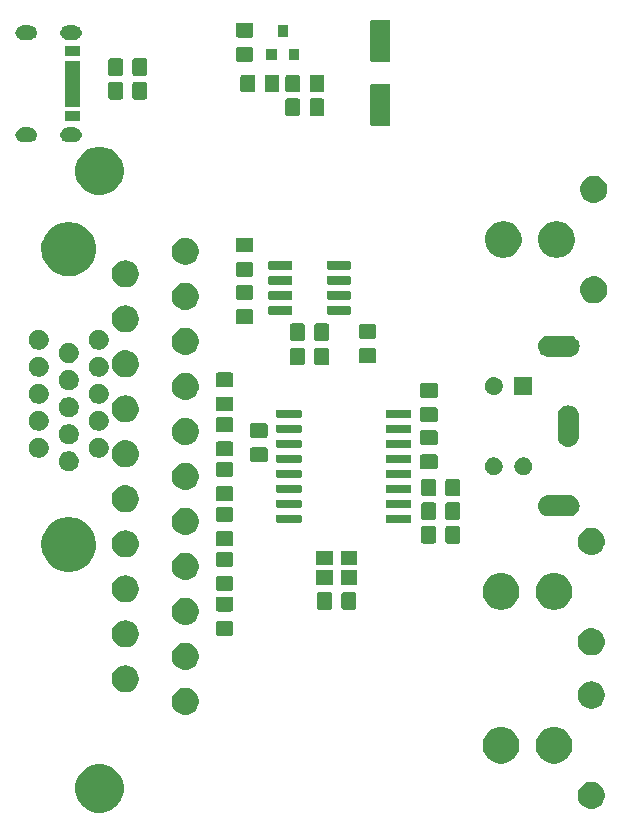
<source format=gbr>
G04 #@! TF.GenerationSoftware,KiCad,Pcbnew,(5.1.5)-2*
G04 #@! TF.CreationDate,2020-08-23T21:31:47+12:00*
G04 #@! TF.ProjectId,rgbntsc,7267626e-7473-4632-9e6b-696361645f70,rev?*
G04 #@! TF.SameCoordinates,Original*
G04 #@! TF.FileFunction,Soldermask,Top*
G04 #@! TF.FilePolarity,Negative*
%FSLAX46Y46*%
G04 Gerber Fmt 4.6, Leading zero omitted, Abs format (unit mm)*
G04 Created by KiCad (PCBNEW (5.1.5)-2) date 2020-08-23 21:31:47*
%MOMM*%
%LPD*%
G04 APERTURE LIST*
%ADD10C,0.100000*%
G04 APERTURE END LIST*
D10*
G36*
X27798254Y-105297818D02*
G01*
X28171511Y-105452426D01*
X28171513Y-105452427D01*
X28507436Y-105676884D01*
X28793116Y-105962564D01*
X29017574Y-106298489D01*
X29172182Y-106671746D01*
X29251000Y-107067993D01*
X29251000Y-107472007D01*
X29172182Y-107868254D01*
X29124501Y-107983365D01*
X29017573Y-108241513D01*
X28793116Y-108577436D01*
X28507436Y-108863116D01*
X28171513Y-109087573D01*
X28171512Y-109087574D01*
X28171511Y-109087574D01*
X27798254Y-109242182D01*
X27402007Y-109321000D01*
X26997993Y-109321000D01*
X26601746Y-109242182D01*
X26228489Y-109087574D01*
X26228488Y-109087574D01*
X26228487Y-109087573D01*
X25892564Y-108863116D01*
X25606884Y-108577436D01*
X25382427Y-108241513D01*
X25275499Y-107983365D01*
X25227818Y-107868254D01*
X25149000Y-107472007D01*
X25149000Y-107067993D01*
X25227818Y-106671746D01*
X25382426Y-106298489D01*
X25606884Y-105962564D01*
X25892564Y-105676884D01*
X26228487Y-105452427D01*
X26228489Y-105452426D01*
X26601746Y-105297818D01*
X26997993Y-105219000D01*
X27402007Y-105219000D01*
X27798254Y-105297818D01*
G37*
G36*
X69074549Y-106741116D02*
G01*
X69185734Y-106763232D01*
X69395203Y-106849997D01*
X69583720Y-106975960D01*
X69744040Y-107136280D01*
X69870003Y-107324797D01*
X69956768Y-107534266D01*
X70001000Y-107756636D01*
X70001000Y-107983364D01*
X69956768Y-108205734D01*
X69870003Y-108415203D01*
X69744040Y-108603720D01*
X69583720Y-108764040D01*
X69395203Y-108890003D01*
X69185734Y-108976768D01*
X69074549Y-108998884D01*
X68963365Y-109021000D01*
X68736635Y-109021000D01*
X68625451Y-108998884D01*
X68514266Y-108976768D01*
X68304797Y-108890003D01*
X68116280Y-108764040D01*
X67955960Y-108603720D01*
X67829997Y-108415203D01*
X67743232Y-108205734D01*
X67699000Y-107983364D01*
X67699000Y-107756636D01*
X67743232Y-107534266D01*
X67829997Y-107324797D01*
X67955960Y-107136280D01*
X68116280Y-106975960D01*
X68304797Y-106849997D01*
X68514266Y-106763232D01*
X68625451Y-106741116D01*
X68736635Y-106719000D01*
X68963365Y-106719000D01*
X69074549Y-106741116D01*
G37*
G36*
X61502585Y-102098802D02*
G01*
X61652410Y-102128604D01*
X61934674Y-102245521D01*
X62188705Y-102415259D01*
X62404741Y-102631295D01*
X62574479Y-102885326D01*
X62691396Y-103167590D01*
X62751000Y-103467240D01*
X62751000Y-103772760D01*
X62691396Y-104072410D01*
X62574479Y-104354674D01*
X62404741Y-104608705D01*
X62188705Y-104824741D01*
X61934674Y-104994479D01*
X61652410Y-105111396D01*
X61502585Y-105141198D01*
X61352761Y-105171000D01*
X61047239Y-105171000D01*
X60897415Y-105141198D01*
X60747590Y-105111396D01*
X60465326Y-104994479D01*
X60211295Y-104824741D01*
X59995259Y-104608705D01*
X59825521Y-104354674D01*
X59708604Y-104072410D01*
X59649000Y-103772760D01*
X59649000Y-103467240D01*
X59708604Y-103167590D01*
X59825521Y-102885326D01*
X59995259Y-102631295D01*
X60211295Y-102415259D01*
X60465326Y-102245521D01*
X60747590Y-102128604D01*
X60897415Y-102098802D01*
X61047239Y-102069000D01*
X61352761Y-102069000D01*
X61502585Y-102098802D01*
G37*
G36*
X66002585Y-102098802D02*
G01*
X66152410Y-102128604D01*
X66434674Y-102245521D01*
X66688705Y-102415259D01*
X66904741Y-102631295D01*
X67074479Y-102885326D01*
X67191396Y-103167590D01*
X67251000Y-103467240D01*
X67251000Y-103772760D01*
X67191396Y-104072410D01*
X67074479Y-104354674D01*
X66904741Y-104608705D01*
X66688705Y-104824741D01*
X66434674Y-104994479D01*
X66152410Y-105111396D01*
X66002585Y-105141198D01*
X65852761Y-105171000D01*
X65547239Y-105171000D01*
X65397415Y-105141198D01*
X65247590Y-105111396D01*
X64965326Y-104994479D01*
X64711295Y-104824741D01*
X64495259Y-104608705D01*
X64325521Y-104354674D01*
X64208604Y-104072410D01*
X64149000Y-103772760D01*
X64149000Y-103467240D01*
X64208604Y-103167590D01*
X64325521Y-102885326D01*
X64495259Y-102631295D01*
X64711295Y-102415259D01*
X64965326Y-102245521D01*
X65247590Y-102128604D01*
X65397415Y-102098802D01*
X65547239Y-102069000D01*
X65852761Y-102069000D01*
X66002585Y-102098802D01*
G37*
G36*
X34704549Y-98776116D02*
G01*
X34815734Y-98798232D01*
X35025203Y-98884997D01*
X35213720Y-99010960D01*
X35374040Y-99171280D01*
X35500003Y-99359797D01*
X35586768Y-99569266D01*
X35631000Y-99791636D01*
X35631000Y-100018364D01*
X35586768Y-100240734D01*
X35500003Y-100450203D01*
X35374040Y-100638720D01*
X35213720Y-100799040D01*
X35025203Y-100925003D01*
X34815734Y-101011768D01*
X34704549Y-101033884D01*
X34593365Y-101056000D01*
X34366635Y-101056000D01*
X34255451Y-101033884D01*
X34144266Y-101011768D01*
X33934797Y-100925003D01*
X33746280Y-100799040D01*
X33585960Y-100638720D01*
X33459997Y-100450203D01*
X33373232Y-100240734D01*
X33329000Y-100018364D01*
X33329000Y-99791636D01*
X33373232Y-99569266D01*
X33459997Y-99359797D01*
X33585960Y-99171280D01*
X33746280Y-99010960D01*
X33934797Y-98884997D01*
X34144266Y-98798232D01*
X34255451Y-98776116D01*
X34366635Y-98754000D01*
X34593365Y-98754000D01*
X34704549Y-98776116D01*
G37*
G36*
X69074549Y-98241116D02*
G01*
X69185734Y-98263232D01*
X69395203Y-98349997D01*
X69583720Y-98475960D01*
X69744040Y-98636280D01*
X69870003Y-98824797D01*
X69956768Y-99034266D01*
X70001000Y-99256636D01*
X70001000Y-99483364D01*
X69956768Y-99705734D01*
X69870003Y-99915203D01*
X69744040Y-100103720D01*
X69583720Y-100264040D01*
X69395203Y-100390003D01*
X69185734Y-100476768D01*
X69074549Y-100498884D01*
X68963365Y-100521000D01*
X68736635Y-100521000D01*
X68625451Y-100498884D01*
X68514266Y-100476768D01*
X68304797Y-100390003D01*
X68116280Y-100264040D01*
X67955960Y-100103720D01*
X67829997Y-99915203D01*
X67743232Y-99705734D01*
X67699000Y-99483364D01*
X67699000Y-99256636D01*
X67743232Y-99034266D01*
X67829997Y-98824797D01*
X67955960Y-98636280D01*
X68116280Y-98475960D01*
X68304797Y-98349997D01*
X68514266Y-98263232D01*
X68625451Y-98241116D01*
X68736635Y-98219000D01*
X68963365Y-98219000D01*
X69074549Y-98241116D01*
G37*
G36*
X29624549Y-96871116D02*
G01*
X29735734Y-96893232D01*
X29945203Y-96979997D01*
X30133720Y-97105960D01*
X30294040Y-97266280D01*
X30420003Y-97454797D01*
X30506768Y-97664266D01*
X30551000Y-97886636D01*
X30551000Y-98113364D01*
X30506768Y-98335734D01*
X30420003Y-98545203D01*
X30294040Y-98733720D01*
X30133720Y-98894040D01*
X29945203Y-99020003D01*
X29735734Y-99106768D01*
X29624549Y-99128884D01*
X29513365Y-99151000D01*
X29286635Y-99151000D01*
X29175451Y-99128884D01*
X29064266Y-99106768D01*
X28854797Y-99020003D01*
X28666280Y-98894040D01*
X28505960Y-98733720D01*
X28379997Y-98545203D01*
X28293232Y-98335734D01*
X28249000Y-98113364D01*
X28249000Y-97886636D01*
X28293232Y-97664266D01*
X28379997Y-97454797D01*
X28505960Y-97266280D01*
X28666280Y-97105960D01*
X28854797Y-96979997D01*
X29064266Y-96893232D01*
X29175451Y-96871116D01*
X29286635Y-96849000D01*
X29513365Y-96849000D01*
X29624549Y-96871116D01*
G37*
G36*
X34690714Y-94963364D02*
G01*
X34815734Y-94988232D01*
X35025203Y-95074997D01*
X35213720Y-95200960D01*
X35374040Y-95361280D01*
X35500003Y-95549797D01*
X35500004Y-95549799D01*
X35586768Y-95759267D01*
X35626054Y-95956768D01*
X35631000Y-95981636D01*
X35631000Y-96208364D01*
X35586768Y-96430734D01*
X35500003Y-96640203D01*
X35374040Y-96828720D01*
X35213720Y-96989040D01*
X35025203Y-97115003D01*
X34815734Y-97201768D01*
X34704549Y-97223884D01*
X34593365Y-97246000D01*
X34366635Y-97246000D01*
X34255451Y-97223884D01*
X34144266Y-97201768D01*
X33934797Y-97115003D01*
X33746280Y-96989040D01*
X33585960Y-96828720D01*
X33459997Y-96640203D01*
X33373232Y-96430734D01*
X33329000Y-96208364D01*
X33329000Y-95981636D01*
X33333947Y-95956768D01*
X33373232Y-95759267D01*
X33459996Y-95549799D01*
X33459997Y-95549797D01*
X33585960Y-95361280D01*
X33746280Y-95200960D01*
X33934797Y-95074997D01*
X34144266Y-94988232D01*
X34269286Y-94963364D01*
X34366635Y-94944000D01*
X34593365Y-94944000D01*
X34690714Y-94963364D01*
G37*
G36*
X69074549Y-93721116D02*
G01*
X69185734Y-93743232D01*
X69395203Y-93829997D01*
X69583720Y-93955960D01*
X69744040Y-94116280D01*
X69869046Y-94303365D01*
X69870004Y-94304799D01*
X69956768Y-94514267D01*
X70001000Y-94736635D01*
X70001000Y-94963365D01*
X69978884Y-95074549D01*
X69956768Y-95185734D01*
X69870003Y-95395203D01*
X69744040Y-95583720D01*
X69583720Y-95744040D01*
X69395203Y-95870003D01*
X69185734Y-95956768D01*
X69074549Y-95978884D01*
X68963365Y-96001000D01*
X68736635Y-96001000D01*
X68625451Y-95978884D01*
X68514266Y-95956768D01*
X68304797Y-95870003D01*
X68116280Y-95744040D01*
X67955960Y-95583720D01*
X67829997Y-95395203D01*
X67743232Y-95185734D01*
X67721116Y-95074549D01*
X67699000Y-94963365D01*
X67699000Y-94736635D01*
X67743232Y-94514267D01*
X67829996Y-94304799D01*
X67830954Y-94303365D01*
X67955960Y-94116280D01*
X68116280Y-93955960D01*
X68304797Y-93829997D01*
X68514266Y-93743232D01*
X68625451Y-93721116D01*
X68736635Y-93699000D01*
X68963365Y-93699000D01*
X69074549Y-93721116D01*
G37*
G36*
X29624549Y-93061116D02*
G01*
X29735734Y-93083232D01*
X29945203Y-93169997D01*
X30133720Y-93295960D01*
X30294040Y-93456280D01*
X30420003Y-93644797D01*
X30420004Y-93644799D01*
X30506768Y-93854267D01*
X30551000Y-94076635D01*
X30551000Y-94303365D01*
X30545646Y-94330282D01*
X30506768Y-94525734D01*
X30420003Y-94735203D01*
X30294040Y-94923720D01*
X30133720Y-95084040D01*
X29945203Y-95210003D01*
X29735734Y-95296768D01*
X29624549Y-95318884D01*
X29513365Y-95341000D01*
X29286635Y-95341000D01*
X29175451Y-95318884D01*
X29064266Y-95296768D01*
X28854797Y-95210003D01*
X28666280Y-95084040D01*
X28505960Y-94923720D01*
X28379997Y-94735203D01*
X28293232Y-94525734D01*
X28254354Y-94330282D01*
X28249000Y-94303365D01*
X28249000Y-94076635D01*
X28293232Y-93854267D01*
X28379996Y-93644799D01*
X28379997Y-93644797D01*
X28505960Y-93456280D01*
X28666280Y-93295960D01*
X28854797Y-93169997D01*
X29064266Y-93083232D01*
X29175451Y-93061116D01*
X29286635Y-93039000D01*
X29513365Y-93039000D01*
X29624549Y-93061116D01*
G37*
G36*
X38388674Y-93103465D02*
G01*
X38426367Y-93114899D01*
X38461103Y-93133466D01*
X38491548Y-93158452D01*
X38516534Y-93188897D01*
X38535101Y-93223633D01*
X38546535Y-93261326D01*
X38551000Y-93306661D01*
X38551000Y-94143339D01*
X38546535Y-94188674D01*
X38535101Y-94226367D01*
X38516534Y-94261103D01*
X38491548Y-94291548D01*
X38461103Y-94316534D01*
X38426367Y-94335101D01*
X38388674Y-94346535D01*
X38343339Y-94351000D01*
X37256661Y-94351000D01*
X37211326Y-94346535D01*
X37173633Y-94335101D01*
X37138897Y-94316534D01*
X37108452Y-94291548D01*
X37083466Y-94261103D01*
X37064899Y-94226367D01*
X37053465Y-94188674D01*
X37049000Y-94143339D01*
X37049000Y-93306661D01*
X37053465Y-93261326D01*
X37064899Y-93223633D01*
X37083466Y-93188897D01*
X37108452Y-93158452D01*
X37138897Y-93133466D01*
X37173633Y-93114899D01*
X37211326Y-93103465D01*
X37256661Y-93099000D01*
X38343339Y-93099000D01*
X38388674Y-93103465D01*
G37*
G36*
X34704549Y-91156116D02*
G01*
X34815734Y-91178232D01*
X35025203Y-91264997D01*
X35213720Y-91390960D01*
X35374040Y-91551280D01*
X35500003Y-91739797D01*
X35500004Y-91739799D01*
X35586768Y-91949267D01*
X35624444Y-92138674D01*
X35631000Y-92171636D01*
X35631000Y-92398364D01*
X35586768Y-92620734D01*
X35500003Y-92830203D01*
X35374040Y-93018720D01*
X35213720Y-93179040D01*
X35025203Y-93305003D01*
X35025202Y-93305004D01*
X35025201Y-93305004D01*
X34963850Y-93330416D01*
X34815734Y-93391768D01*
X34704549Y-93413884D01*
X34593365Y-93436000D01*
X34366635Y-93436000D01*
X34255451Y-93413884D01*
X34144266Y-93391768D01*
X33996150Y-93330416D01*
X33934799Y-93305004D01*
X33934798Y-93305004D01*
X33934797Y-93305003D01*
X33746280Y-93179040D01*
X33585960Y-93018720D01*
X33459997Y-92830203D01*
X33373232Y-92620734D01*
X33329000Y-92398364D01*
X33329000Y-92171636D01*
X33335557Y-92138674D01*
X33373232Y-91949267D01*
X33459996Y-91739799D01*
X33459997Y-91739797D01*
X33585960Y-91551280D01*
X33746280Y-91390960D01*
X33934797Y-91264997D01*
X34144266Y-91178232D01*
X34255451Y-91156116D01*
X34366635Y-91134000D01*
X34593365Y-91134000D01*
X34704549Y-91156116D01*
G37*
G36*
X38388674Y-91053465D02*
G01*
X38426367Y-91064899D01*
X38461103Y-91083466D01*
X38491548Y-91108452D01*
X38516534Y-91138897D01*
X38535101Y-91173633D01*
X38546535Y-91211326D01*
X38551000Y-91256661D01*
X38551000Y-92093339D01*
X38546535Y-92138674D01*
X38535101Y-92176367D01*
X38516534Y-92211103D01*
X38491548Y-92241548D01*
X38461103Y-92266534D01*
X38426367Y-92285101D01*
X38388674Y-92296535D01*
X38343339Y-92301000D01*
X37256661Y-92301000D01*
X37211326Y-92296535D01*
X37173633Y-92285101D01*
X37138897Y-92266534D01*
X37108452Y-92241548D01*
X37083466Y-92211103D01*
X37064899Y-92176367D01*
X37053465Y-92138674D01*
X37049000Y-92093339D01*
X37049000Y-91256661D01*
X37053465Y-91211326D01*
X37064899Y-91173633D01*
X37083466Y-91138897D01*
X37108452Y-91108452D01*
X37138897Y-91083466D01*
X37173633Y-91064899D01*
X37211326Y-91053465D01*
X37256661Y-91049000D01*
X38343339Y-91049000D01*
X38388674Y-91053465D01*
G37*
G36*
X46738674Y-90653465D02*
G01*
X46776367Y-90664899D01*
X46811103Y-90683466D01*
X46841548Y-90708452D01*
X46866534Y-90738897D01*
X46885101Y-90773633D01*
X46896535Y-90811326D01*
X46901000Y-90856661D01*
X46901000Y-91943339D01*
X46896535Y-91988674D01*
X46885101Y-92026367D01*
X46866534Y-92061103D01*
X46841548Y-92091548D01*
X46811103Y-92116534D01*
X46776367Y-92135101D01*
X46738674Y-92146535D01*
X46693339Y-92151000D01*
X45856661Y-92151000D01*
X45811326Y-92146535D01*
X45773633Y-92135101D01*
X45738897Y-92116534D01*
X45708452Y-92091548D01*
X45683466Y-92061103D01*
X45664899Y-92026367D01*
X45653465Y-91988674D01*
X45649000Y-91943339D01*
X45649000Y-90856661D01*
X45653465Y-90811326D01*
X45664899Y-90773633D01*
X45683466Y-90738897D01*
X45708452Y-90708452D01*
X45738897Y-90683466D01*
X45773633Y-90664899D01*
X45811326Y-90653465D01*
X45856661Y-90649000D01*
X46693339Y-90649000D01*
X46738674Y-90653465D01*
G37*
G36*
X61502585Y-89078802D02*
G01*
X61652410Y-89108604D01*
X61934674Y-89225521D01*
X62188705Y-89395259D01*
X62404741Y-89611295D01*
X62574479Y-89865326D01*
X62648598Y-90044267D01*
X62691396Y-90147591D01*
X62751000Y-90447239D01*
X62751000Y-90752761D01*
X62721198Y-90902585D01*
X62691396Y-91052410D01*
X62574479Y-91334674D01*
X62404741Y-91588705D01*
X62188705Y-91804741D01*
X61934674Y-91974479D01*
X61652410Y-92091396D01*
X61502585Y-92121198D01*
X61352761Y-92151000D01*
X61047239Y-92151000D01*
X60897415Y-92121198D01*
X60747590Y-92091396D01*
X60465326Y-91974479D01*
X60211295Y-91804741D01*
X59995259Y-91588705D01*
X59825521Y-91334674D01*
X59708604Y-91052410D01*
X59678802Y-90902585D01*
X59649000Y-90752761D01*
X59649000Y-90447239D01*
X59708604Y-90147591D01*
X59751402Y-90044267D01*
X59825521Y-89865326D01*
X59995259Y-89611295D01*
X60211295Y-89395259D01*
X60465326Y-89225521D01*
X60747590Y-89108604D01*
X60897415Y-89078802D01*
X61047239Y-89049000D01*
X61352761Y-89049000D01*
X61502585Y-89078802D01*
G37*
G36*
X66002585Y-89078802D02*
G01*
X66152410Y-89108604D01*
X66434674Y-89225521D01*
X66688705Y-89395259D01*
X66904741Y-89611295D01*
X67074479Y-89865326D01*
X67148598Y-90044267D01*
X67191396Y-90147591D01*
X67251000Y-90447239D01*
X67251000Y-90752761D01*
X67221198Y-90902585D01*
X67191396Y-91052410D01*
X67074479Y-91334674D01*
X66904741Y-91588705D01*
X66688705Y-91804741D01*
X66434674Y-91974479D01*
X66152410Y-92091396D01*
X66002585Y-92121198D01*
X65852761Y-92151000D01*
X65547239Y-92151000D01*
X65397415Y-92121198D01*
X65247590Y-92091396D01*
X64965326Y-91974479D01*
X64711295Y-91804741D01*
X64495259Y-91588705D01*
X64325521Y-91334674D01*
X64208604Y-91052410D01*
X64178802Y-90902585D01*
X64149000Y-90752761D01*
X64149000Y-90447239D01*
X64208604Y-90147591D01*
X64251402Y-90044267D01*
X64325521Y-89865326D01*
X64495259Y-89611295D01*
X64711295Y-89395259D01*
X64965326Y-89225521D01*
X65247590Y-89108604D01*
X65397415Y-89078802D01*
X65547239Y-89049000D01*
X65852761Y-89049000D01*
X66002585Y-89078802D01*
G37*
G36*
X48788674Y-90653465D02*
G01*
X48826367Y-90664899D01*
X48861103Y-90683466D01*
X48891548Y-90708452D01*
X48916534Y-90738897D01*
X48935101Y-90773633D01*
X48946535Y-90811326D01*
X48951000Y-90856661D01*
X48951000Y-91943339D01*
X48946535Y-91988674D01*
X48935101Y-92026367D01*
X48916534Y-92061103D01*
X48891548Y-92091548D01*
X48861103Y-92116534D01*
X48826367Y-92135101D01*
X48788674Y-92146535D01*
X48743339Y-92151000D01*
X47906661Y-92151000D01*
X47861326Y-92146535D01*
X47823633Y-92135101D01*
X47788897Y-92116534D01*
X47758452Y-92091548D01*
X47733466Y-92061103D01*
X47714899Y-92026367D01*
X47703465Y-91988674D01*
X47699000Y-91943339D01*
X47699000Y-90856661D01*
X47703465Y-90811326D01*
X47714899Y-90773633D01*
X47733466Y-90738897D01*
X47758452Y-90708452D01*
X47788897Y-90683466D01*
X47823633Y-90664899D01*
X47861326Y-90653465D01*
X47906661Y-90649000D01*
X48743339Y-90649000D01*
X48788674Y-90653465D01*
G37*
G36*
X29624549Y-89251116D02*
G01*
X29735734Y-89273232D01*
X29945203Y-89359997D01*
X30133720Y-89485960D01*
X30294040Y-89646280D01*
X30420003Y-89834797D01*
X30420004Y-89834799D01*
X30506768Y-90044267D01*
X30551000Y-90266635D01*
X30551000Y-90493365D01*
X30546391Y-90516534D01*
X30506768Y-90715734D01*
X30420003Y-90925203D01*
X30294040Y-91113720D01*
X30133720Y-91274040D01*
X29945203Y-91400003D01*
X29735734Y-91486768D01*
X29624549Y-91508884D01*
X29513365Y-91531000D01*
X29286635Y-91531000D01*
X29175451Y-91508884D01*
X29064266Y-91486768D01*
X28854797Y-91400003D01*
X28666280Y-91274040D01*
X28505960Y-91113720D01*
X28379997Y-90925203D01*
X28293232Y-90715734D01*
X28253609Y-90516534D01*
X28249000Y-90493365D01*
X28249000Y-90266635D01*
X28293232Y-90044267D01*
X28379996Y-89834799D01*
X28379997Y-89834797D01*
X28505960Y-89646280D01*
X28666280Y-89485960D01*
X28854797Y-89359997D01*
X29064266Y-89273232D01*
X29175451Y-89251116D01*
X29286635Y-89229000D01*
X29513365Y-89229000D01*
X29624549Y-89251116D01*
G37*
G36*
X38388674Y-89303465D02*
G01*
X38426367Y-89314899D01*
X38461103Y-89333466D01*
X38491548Y-89358452D01*
X38516534Y-89388897D01*
X38535101Y-89423633D01*
X38546535Y-89461326D01*
X38551000Y-89506661D01*
X38551000Y-90343339D01*
X38546535Y-90388674D01*
X38535101Y-90426367D01*
X38516534Y-90461103D01*
X38491548Y-90491548D01*
X38461103Y-90516534D01*
X38426367Y-90535101D01*
X38388674Y-90546535D01*
X38343339Y-90551000D01*
X37256661Y-90551000D01*
X37211326Y-90546535D01*
X37173633Y-90535101D01*
X37138897Y-90516534D01*
X37108452Y-90491548D01*
X37083466Y-90461103D01*
X37064899Y-90426367D01*
X37053465Y-90388674D01*
X37049000Y-90343339D01*
X37049000Y-89506661D01*
X37053465Y-89461326D01*
X37064899Y-89423633D01*
X37083466Y-89388897D01*
X37108452Y-89358452D01*
X37138897Y-89333466D01*
X37173633Y-89314899D01*
X37211326Y-89303465D01*
X37256661Y-89299000D01*
X38343339Y-89299000D01*
X38388674Y-89303465D01*
G37*
G36*
X46951000Y-90026000D02*
G01*
X45549000Y-90026000D01*
X45549000Y-88824000D01*
X46951000Y-88824000D01*
X46951000Y-90026000D01*
G37*
G36*
X49051000Y-90026000D02*
G01*
X47649000Y-90026000D01*
X47649000Y-88824000D01*
X49051000Y-88824000D01*
X49051000Y-90026000D01*
G37*
G36*
X34668257Y-87338897D02*
G01*
X34815734Y-87368232D01*
X35025203Y-87454997D01*
X35213720Y-87580960D01*
X35374040Y-87741280D01*
X35500003Y-87929797D01*
X35586768Y-88139266D01*
X35631000Y-88361636D01*
X35631000Y-88588364D01*
X35586768Y-88810734D01*
X35500003Y-89020203D01*
X35374040Y-89208720D01*
X35213720Y-89369040D01*
X35025203Y-89495003D01*
X34815734Y-89581768D01*
X34704549Y-89603884D01*
X34593365Y-89626000D01*
X34366635Y-89626000D01*
X34255451Y-89603884D01*
X34144266Y-89581768D01*
X33934797Y-89495003D01*
X33746280Y-89369040D01*
X33585960Y-89208720D01*
X33459997Y-89020203D01*
X33373232Y-88810734D01*
X33329000Y-88588364D01*
X33329000Y-88361636D01*
X33373232Y-88139266D01*
X33459997Y-87929797D01*
X33585960Y-87741280D01*
X33746280Y-87580960D01*
X33934797Y-87454997D01*
X34144266Y-87368232D01*
X34291743Y-87338897D01*
X34366635Y-87324000D01*
X34593365Y-87324000D01*
X34668257Y-87338897D01*
G37*
G36*
X24948990Y-84343339D02*
G01*
X25271177Y-84407426D01*
X25689932Y-84580880D01*
X26066802Y-84832696D01*
X26387304Y-85153198D01*
X26639120Y-85530068D01*
X26812574Y-85948823D01*
X26856787Y-86171097D01*
X26901000Y-86393370D01*
X26901000Y-86846630D01*
X26889243Y-86905734D01*
X26812574Y-87291177D01*
X26639120Y-87709932D01*
X26387304Y-88086802D01*
X26066802Y-88407304D01*
X25689932Y-88659120D01*
X25271177Y-88832574D01*
X25048903Y-88876787D01*
X24826630Y-88921000D01*
X24373370Y-88921000D01*
X24151097Y-88876787D01*
X23928823Y-88832574D01*
X23510068Y-88659120D01*
X23133198Y-88407304D01*
X22812696Y-88086802D01*
X22560880Y-87709932D01*
X22387426Y-87291177D01*
X22310757Y-86905734D01*
X22299000Y-86846630D01*
X22299000Y-86393370D01*
X22343213Y-86171097D01*
X22387426Y-85948823D01*
X22560880Y-85530068D01*
X22812696Y-85153198D01*
X23133198Y-84832696D01*
X23510068Y-84580880D01*
X23928823Y-84407426D01*
X24251010Y-84343339D01*
X24373370Y-84319000D01*
X24826630Y-84319000D01*
X24948990Y-84343339D01*
G37*
G36*
X38388674Y-87253465D02*
G01*
X38426367Y-87264899D01*
X38461103Y-87283466D01*
X38491548Y-87308452D01*
X38516534Y-87338897D01*
X38535101Y-87373633D01*
X38546535Y-87411326D01*
X38551000Y-87456661D01*
X38551000Y-88293339D01*
X38546535Y-88338674D01*
X38535101Y-88376367D01*
X38516534Y-88411103D01*
X38491548Y-88441548D01*
X38461103Y-88466534D01*
X38426367Y-88485101D01*
X38388674Y-88496535D01*
X38343339Y-88501000D01*
X37256661Y-88501000D01*
X37211326Y-88496535D01*
X37173633Y-88485101D01*
X37138897Y-88466534D01*
X37108452Y-88441548D01*
X37083466Y-88411103D01*
X37064899Y-88376367D01*
X37053465Y-88338674D01*
X37049000Y-88293339D01*
X37049000Y-87456661D01*
X37053465Y-87411326D01*
X37064899Y-87373633D01*
X37083466Y-87338897D01*
X37108452Y-87308452D01*
X37138897Y-87283466D01*
X37173633Y-87264899D01*
X37211326Y-87253465D01*
X37256661Y-87249000D01*
X38343339Y-87249000D01*
X38388674Y-87253465D01*
G37*
G36*
X49051000Y-88376000D02*
G01*
X47649000Y-88376000D01*
X47649000Y-87174000D01*
X49051000Y-87174000D01*
X49051000Y-88376000D01*
G37*
G36*
X46951000Y-88376000D02*
G01*
X45549000Y-88376000D01*
X45549000Y-87174000D01*
X46951000Y-87174000D01*
X46951000Y-88376000D01*
G37*
G36*
X29624549Y-85441116D02*
G01*
X29735734Y-85463232D01*
X29945203Y-85549997D01*
X30133720Y-85675960D01*
X30294040Y-85836280D01*
X30420003Y-86024797D01*
X30506768Y-86234266D01*
X30528464Y-86343339D01*
X30551000Y-86456635D01*
X30551000Y-86683365D01*
X30540709Y-86735101D01*
X30506768Y-86905734D01*
X30420003Y-87115203D01*
X30294040Y-87303720D01*
X30133720Y-87464040D01*
X29945203Y-87590003D01*
X29735734Y-87676768D01*
X29624549Y-87698884D01*
X29513365Y-87721000D01*
X29286635Y-87721000D01*
X29175451Y-87698884D01*
X29064266Y-87676768D01*
X28854797Y-87590003D01*
X28666280Y-87464040D01*
X28505960Y-87303720D01*
X28379997Y-87115203D01*
X28293232Y-86905734D01*
X28259291Y-86735101D01*
X28249000Y-86683365D01*
X28249000Y-86456635D01*
X28271536Y-86343339D01*
X28293232Y-86234266D01*
X28379997Y-86024797D01*
X28505960Y-85836280D01*
X28666280Y-85675960D01*
X28854797Y-85549997D01*
X29064266Y-85463232D01*
X29175451Y-85441116D01*
X29286635Y-85419000D01*
X29513365Y-85419000D01*
X29624549Y-85441116D01*
G37*
G36*
X69053942Y-85217017D02*
G01*
X69185734Y-85243232D01*
X69395203Y-85329997D01*
X69583720Y-85455960D01*
X69744040Y-85616280D01*
X69870003Y-85804797D01*
X69870004Y-85804799D01*
X69883044Y-85836280D01*
X69929661Y-85948823D01*
X69956768Y-86014267D01*
X70001000Y-86236635D01*
X70001000Y-86463365D01*
X69984456Y-86546535D01*
X69956768Y-86685734D01*
X69870003Y-86895203D01*
X69744040Y-87083720D01*
X69583720Y-87244040D01*
X69395203Y-87370003D01*
X69395202Y-87370004D01*
X69395201Y-87370004D01*
X69333850Y-87395416D01*
X69185734Y-87456768D01*
X69074549Y-87478884D01*
X68963365Y-87501000D01*
X68736635Y-87501000D01*
X68625451Y-87478884D01*
X68514266Y-87456768D01*
X68366150Y-87395416D01*
X68304799Y-87370004D01*
X68304798Y-87370004D01*
X68304797Y-87370003D01*
X68116280Y-87244040D01*
X67955960Y-87083720D01*
X67829997Y-86895203D01*
X67743232Y-86685734D01*
X67715544Y-86546535D01*
X67699000Y-86463365D01*
X67699000Y-86236635D01*
X67743232Y-86014267D01*
X67770340Y-85948823D01*
X67816956Y-85836280D01*
X67829996Y-85804799D01*
X67829997Y-85804797D01*
X67955960Y-85616280D01*
X68116280Y-85455960D01*
X68304797Y-85329997D01*
X68514266Y-85243232D01*
X68646058Y-85217017D01*
X68736635Y-85199000D01*
X68963365Y-85199000D01*
X69053942Y-85217017D01*
G37*
G36*
X38388674Y-85503465D02*
G01*
X38426367Y-85514899D01*
X38461103Y-85533466D01*
X38491548Y-85558452D01*
X38516534Y-85588897D01*
X38535101Y-85623633D01*
X38546535Y-85661326D01*
X38551000Y-85706661D01*
X38551000Y-86543339D01*
X38546535Y-86588674D01*
X38535101Y-86626367D01*
X38516534Y-86661103D01*
X38491548Y-86691548D01*
X38461103Y-86716534D01*
X38426367Y-86735101D01*
X38388674Y-86746535D01*
X38343339Y-86751000D01*
X37256661Y-86751000D01*
X37211326Y-86746535D01*
X37173633Y-86735101D01*
X37138897Y-86716534D01*
X37108452Y-86691548D01*
X37083466Y-86661103D01*
X37064899Y-86626367D01*
X37053465Y-86588674D01*
X37049000Y-86543339D01*
X37049000Y-85706661D01*
X37053465Y-85661326D01*
X37064899Y-85623633D01*
X37083466Y-85588897D01*
X37108452Y-85558452D01*
X37138897Y-85533466D01*
X37173633Y-85514899D01*
X37211326Y-85503465D01*
X37256661Y-85499000D01*
X38343339Y-85499000D01*
X38388674Y-85503465D01*
G37*
G36*
X55538674Y-85053465D02*
G01*
X55576367Y-85064899D01*
X55611103Y-85083466D01*
X55641548Y-85108452D01*
X55666534Y-85138897D01*
X55685101Y-85173633D01*
X55696535Y-85211326D01*
X55701000Y-85256661D01*
X55701000Y-86343339D01*
X55696535Y-86388674D01*
X55685101Y-86426367D01*
X55666534Y-86461103D01*
X55641548Y-86491548D01*
X55611103Y-86516534D01*
X55576367Y-86535101D01*
X55538674Y-86546535D01*
X55493339Y-86551000D01*
X54656661Y-86551000D01*
X54611326Y-86546535D01*
X54573633Y-86535101D01*
X54538897Y-86516534D01*
X54508452Y-86491548D01*
X54483466Y-86461103D01*
X54464899Y-86426367D01*
X54453465Y-86388674D01*
X54449000Y-86343339D01*
X54449000Y-85256661D01*
X54453465Y-85211326D01*
X54464899Y-85173633D01*
X54483466Y-85138897D01*
X54508452Y-85108452D01*
X54538897Y-85083466D01*
X54573633Y-85064899D01*
X54611326Y-85053465D01*
X54656661Y-85049000D01*
X55493339Y-85049000D01*
X55538674Y-85053465D01*
G37*
G36*
X57588674Y-85053465D02*
G01*
X57626367Y-85064899D01*
X57661103Y-85083466D01*
X57691548Y-85108452D01*
X57716534Y-85138897D01*
X57735101Y-85173633D01*
X57746535Y-85211326D01*
X57751000Y-85256661D01*
X57751000Y-86343339D01*
X57746535Y-86388674D01*
X57735101Y-86426367D01*
X57716534Y-86461103D01*
X57691548Y-86491548D01*
X57661103Y-86516534D01*
X57626367Y-86535101D01*
X57588674Y-86546535D01*
X57543339Y-86551000D01*
X56706661Y-86551000D01*
X56661326Y-86546535D01*
X56623633Y-86535101D01*
X56588897Y-86516534D01*
X56558452Y-86491548D01*
X56533466Y-86461103D01*
X56514899Y-86426367D01*
X56503465Y-86388674D01*
X56499000Y-86343339D01*
X56499000Y-85256661D01*
X56503465Y-85211326D01*
X56514899Y-85173633D01*
X56533466Y-85138897D01*
X56558452Y-85108452D01*
X56588897Y-85083466D01*
X56623633Y-85064899D01*
X56661326Y-85053465D01*
X56706661Y-85049000D01*
X57543339Y-85049000D01*
X57588674Y-85053465D01*
G37*
G36*
X34667357Y-83528718D02*
G01*
X34815734Y-83558232D01*
X35025203Y-83644997D01*
X35213720Y-83770960D01*
X35374040Y-83931280D01*
X35500003Y-84119797D01*
X35582516Y-84319000D01*
X35586768Y-84329267D01*
X35630874Y-84551000D01*
X35631000Y-84551636D01*
X35631000Y-84778364D01*
X35586768Y-85000734D01*
X35564926Y-85053465D01*
X35504644Y-85199000D01*
X35500003Y-85210203D01*
X35374040Y-85398720D01*
X35213720Y-85559040D01*
X35025203Y-85685003D01*
X34815734Y-85771768D01*
X34704549Y-85793884D01*
X34593365Y-85816000D01*
X34366635Y-85816000D01*
X34255451Y-85793884D01*
X34144266Y-85771768D01*
X33934797Y-85685003D01*
X33746280Y-85559040D01*
X33585960Y-85398720D01*
X33459997Y-85210203D01*
X33455357Y-85199000D01*
X33395074Y-85053465D01*
X33373232Y-85000734D01*
X33329000Y-84778364D01*
X33329000Y-84551636D01*
X33329127Y-84551000D01*
X33373232Y-84329267D01*
X33377485Y-84319000D01*
X33459997Y-84119797D01*
X33585960Y-83931280D01*
X33746280Y-83770960D01*
X33934797Y-83644997D01*
X34144266Y-83558232D01*
X34292643Y-83528718D01*
X34366635Y-83514000D01*
X34593365Y-83514000D01*
X34667357Y-83528718D01*
G37*
G36*
X53534928Y-84096764D02*
G01*
X53556009Y-84103160D01*
X53575445Y-84113548D01*
X53592476Y-84127524D01*
X53606452Y-84144555D01*
X53616840Y-84163991D01*
X53623236Y-84185072D01*
X53626000Y-84213140D01*
X53626000Y-84676860D01*
X53623236Y-84704928D01*
X53616840Y-84726009D01*
X53606452Y-84745445D01*
X53592476Y-84762476D01*
X53575445Y-84776452D01*
X53556009Y-84786840D01*
X53534928Y-84793236D01*
X53506860Y-84796000D01*
X51593140Y-84796000D01*
X51565072Y-84793236D01*
X51543991Y-84786840D01*
X51524555Y-84776452D01*
X51507524Y-84762476D01*
X51493548Y-84745445D01*
X51483160Y-84726009D01*
X51476764Y-84704928D01*
X51474000Y-84676860D01*
X51474000Y-84213140D01*
X51476764Y-84185072D01*
X51483160Y-84163991D01*
X51493548Y-84144555D01*
X51507524Y-84127524D01*
X51524555Y-84113548D01*
X51543991Y-84103160D01*
X51565072Y-84096764D01*
X51593140Y-84094000D01*
X53506860Y-84094000D01*
X53534928Y-84096764D01*
G37*
G36*
X44234928Y-84096764D02*
G01*
X44256009Y-84103160D01*
X44275445Y-84113548D01*
X44292476Y-84127524D01*
X44306452Y-84144555D01*
X44316840Y-84163991D01*
X44323236Y-84185072D01*
X44326000Y-84213140D01*
X44326000Y-84676860D01*
X44323236Y-84704928D01*
X44316840Y-84726009D01*
X44306452Y-84745445D01*
X44292476Y-84762476D01*
X44275445Y-84776452D01*
X44256009Y-84786840D01*
X44234928Y-84793236D01*
X44206860Y-84796000D01*
X42293140Y-84796000D01*
X42265072Y-84793236D01*
X42243991Y-84786840D01*
X42224555Y-84776452D01*
X42207524Y-84762476D01*
X42193548Y-84745445D01*
X42183160Y-84726009D01*
X42176764Y-84704928D01*
X42174000Y-84676860D01*
X42174000Y-84213140D01*
X42176764Y-84185072D01*
X42183160Y-84163991D01*
X42193548Y-84144555D01*
X42207524Y-84127524D01*
X42224555Y-84113548D01*
X42243991Y-84103160D01*
X42265072Y-84096764D01*
X42293140Y-84094000D01*
X44206860Y-84094000D01*
X44234928Y-84096764D01*
G37*
G36*
X38388674Y-83453465D02*
G01*
X38426367Y-83464899D01*
X38461103Y-83483466D01*
X38491548Y-83508452D01*
X38516534Y-83538897D01*
X38535101Y-83573633D01*
X38546535Y-83611326D01*
X38551000Y-83656661D01*
X38551000Y-84493339D01*
X38546535Y-84538674D01*
X38535101Y-84576367D01*
X38516534Y-84611103D01*
X38491548Y-84641548D01*
X38461103Y-84666534D01*
X38426367Y-84685101D01*
X38388674Y-84696535D01*
X38343339Y-84701000D01*
X37256661Y-84701000D01*
X37211326Y-84696535D01*
X37173633Y-84685101D01*
X37138897Y-84666534D01*
X37108452Y-84641548D01*
X37083466Y-84611103D01*
X37064899Y-84576367D01*
X37053465Y-84538674D01*
X37049000Y-84493339D01*
X37049000Y-83656661D01*
X37053465Y-83611326D01*
X37064899Y-83573633D01*
X37083466Y-83538897D01*
X37108452Y-83508452D01*
X37138897Y-83483466D01*
X37173633Y-83464899D01*
X37211326Y-83453465D01*
X37256661Y-83449000D01*
X38343339Y-83449000D01*
X38388674Y-83453465D01*
G37*
G36*
X57588674Y-83053465D02*
G01*
X57626367Y-83064899D01*
X57661103Y-83083466D01*
X57691548Y-83108452D01*
X57716534Y-83138897D01*
X57735101Y-83173633D01*
X57746535Y-83211326D01*
X57751000Y-83256661D01*
X57751000Y-84343339D01*
X57746535Y-84388674D01*
X57735101Y-84426367D01*
X57716534Y-84461103D01*
X57691548Y-84491548D01*
X57661103Y-84516534D01*
X57626367Y-84535101D01*
X57588674Y-84546535D01*
X57543339Y-84551000D01*
X56706661Y-84551000D01*
X56661326Y-84546535D01*
X56623633Y-84535101D01*
X56588897Y-84516534D01*
X56558452Y-84491548D01*
X56533466Y-84461103D01*
X56514899Y-84426367D01*
X56503465Y-84388674D01*
X56499000Y-84343339D01*
X56499000Y-83256661D01*
X56503465Y-83211326D01*
X56514899Y-83173633D01*
X56533466Y-83138897D01*
X56558452Y-83108452D01*
X56588897Y-83083466D01*
X56623633Y-83064899D01*
X56661326Y-83053465D01*
X56706661Y-83049000D01*
X57543339Y-83049000D01*
X57588674Y-83053465D01*
G37*
G36*
X55538674Y-83053465D02*
G01*
X55576367Y-83064899D01*
X55611103Y-83083466D01*
X55641548Y-83108452D01*
X55666534Y-83138897D01*
X55685101Y-83173633D01*
X55696535Y-83211326D01*
X55701000Y-83256661D01*
X55701000Y-84343339D01*
X55696535Y-84388674D01*
X55685101Y-84426367D01*
X55666534Y-84461103D01*
X55641548Y-84491548D01*
X55611103Y-84516534D01*
X55576367Y-84535101D01*
X55538674Y-84546535D01*
X55493339Y-84551000D01*
X54656661Y-84551000D01*
X54611326Y-84546535D01*
X54573633Y-84535101D01*
X54538897Y-84516534D01*
X54508452Y-84491548D01*
X54483466Y-84461103D01*
X54464899Y-84426367D01*
X54453465Y-84388674D01*
X54449000Y-84343339D01*
X54449000Y-83256661D01*
X54453465Y-83211326D01*
X54464899Y-83173633D01*
X54483466Y-83138897D01*
X54508452Y-83108452D01*
X54538897Y-83083466D01*
X54573633Y-83064899D01*
X54611326Y-83053465D01*
X54656661Y-83049000D01*
X55493339Y-83049000D01*
X55538674Y-83053465D01*
G37*
G36*
X67060443Y-82455519D02*
G01*
X67126627Y-82462037D01*
X67296466Y-82513557D01*
X67452991Y-82597222D01*
X67488729Y-82626552D01*
X67590186Y-82709814D01*
X67673448Y-82811271D01*
X67702778Y-82847009D01*
X67702779Y-82847011D01*
X67754162Y-82943140D01*
X67786443Y-83003534D01*
X67837963Y-83173373D01*
X67855359Y-83350000D01*
X67837963Y-83526627D01*
X67786443Y-83696466D01*
X67702778Y-83852991D01*
X67691471Y-83866768D01*
X67590186Y-83990186D01*
X67488729Y-84073448D01*
X67452991Y-84102778D01*
X67296466Y-84186443D01*
X67126627Y-84237963D01*
X67060442Y-84244482D01*
X66994260Y-84251000D01*
X65205740Y-84251000D01*
X65139558Y-84244482D01*
X65073373Y-84237963D01*
X64903534Y-84186443D01*
X64747009Y-84102778D01*
X64711271Y-84073448D01*
X64609814Y-83990186D01*
X64508529Y-83866768D01*
X64497222Y-83852991D01*
X64413557Y-83696466D01*
X64362037Y-83526627D01*
X64344641Y-83350000D01*
X64362037Y-83173373D01*
X64413557Y-83003534D01*
X64445839Y-82943140D01*
X64497221Y-82847011D01*
X64497222Y-82847009D01*
X64526552Y-82811271D01*
X64609814Y-82709814D01*
X64711271Y-82626552D01*
X64747009Y-82597222D01*
X64903534Y-82513557D01*
X65073373Y-82462037D01*
X65139557Y-82455519D01*
X65205740Y-82449000D01*
X66994260Y-82449000D01*
X67060443Y-82455519D01*
G37*
G36*
X29588729Y-81623991D02*
G01*
X29735734Y-81653232D01*
X29945203Y-81739997D01*
X30133720Y-81865960D01*
X30294040Y-82026280D01*
X30413754Y-82205445D01*
X30420004Y-82214799D01*
X30506768Y-82424267D01*
X30551000Y-82646635D01*
X30551000Y-82873365D01*
X30547383Y-82891548D01*
X30506768Y-83095734D01*
X30420003Y-83305203D01*
X30294040Y-83493720D01*
X30133720Y-83654040D01*
X29945203Y-83780003D01*
X29735734Y-83866768D01*
X29624549Y-83888884D01*
X29513365Y-83911000D01*
X29286635Y-83911000D01*
X29175451Y-83888884D01*
X29064266Y-83866768D01*
X28854797Y-83780003D01*
X28666280Y-83654040D01*
X28505960Y-83493720D01*
X28379997Y-83305203D01*
X28293232Y-83095734D01*
X28252617Y-82891548D01*
X28249000Y-82873365D01*
X28249000Y-82646635D01*
X28293232Y-82424267D01*
X28379996Y-82214799D01*
X28386246Y-82205445D01*
X28505960Y-82026280D01*
X28666280Y-81865960D01*
X28854797Y-81739997D01*
X29064266Y-81653232D01*
X29211271Y-81623991D01*
X29286635Y-81609000D01*
X29513365Y-81609000D01*
X29588729Y-81623991D01*
G37*
G36*
X44234928Y-82826764D02*
G01*
X44256009Y-82833160D01*
X44275445Y-82843548D01*
X44292476Y-82857524D01*
X44306452Y-82874555D01*
X44316840Y-82893991D01*
X44323236Y-82915072D01*
X44326000Y-82943140D01*
X44326000Y-83406860D01*
X44323236Y-83434928D01*
X44316840Y-83456009D01*
X44306452Y-83475445D01*
X44292476Y-83492476D01*
X44275445Y-83506452D01*
X44256009Y-83516840D01*
X44234928Y-83523236D01*
X44206860Y-83526000D01*
X42293140Y-83526000D01*
X42265072Y-83523236D01*
X42243991Y-83516840D01*
X42224555Y-83506452D01*
X42207524Y-83492476D01*
X42193548Y-83475445D01*
X42183160Y-83456009D01*
X42176764Y-83434928D01*
X42174000Y-83406860D01*
X42174000Y-82943140D01*
X42176764Y-82915072D01*
X42183160Y-82893991D01*
X42193548Y-82874555D01*
X42207524Y-82857524D01*
X42224555Y-82843548D01*
X42243991Y-82833160D01*
X42265072Y-82826764D01*
X42293140Y-82824000D01*
X44206860Y-82824000D01*
X44234928Y-82826764D01*
G37*
G36*
X53534928Y-82826764D02*
G01*
X53556009Y-82833160D01*
X53575445Y-82843548D01*
X53592476Y-82857524D01*
X53606452Y-82874555D01*
X53616840Y-82893991D01*
X53623236Y-82915072D01*
X53626000Y-82943140D01*
X53626000Y-83406860D01*
X53623236Y-83434928D01*
X53616840Y-83456009D01*
X53606452Y-83475445D01*
X53592476Y-83492476D01*
X53575445Y-83506452D01*
X53556009Y-83516840D01*
X53534928Y-83523236D01*
X53506860Y-83526000D01*
X51593140Y-83526000D01*
X51565072Y-83523236D01*
X51543991Y-83516840D01*
X51524555Y-83506452D01*
X51507524Y-83492476D01*
X51493548Y-83475445D01*
X51483160Y-83456009D01*
X51476764Y-83434928D01*
X51474000Y-83406860D01*
X51474000Y-82943140D01*
X51476764Y-82915072D01*
X51483160Y-82893991D01*
X51493548Y-82874555D01*
X51507524Y-82857524D01*
X51524555Y-82843548D01*
X51543991Y-82833160D01*
X51565072Y-82826764D01*
X51593140Y-82824000D01*
X53506860Y-82824000D01*
X53534928Y-82826764D01*
G37*
G36*
X38388674Y-81703465D02*
G01*
X38426367Y-81714899D01*
X38461103Y-81733466D01*
X38491548Y-81758452D01*
X38516534Y-81788897D01*
X38535101Y-81823633D01*
X38546535Y-81861326D01*
X38551000Y-81906661D01*
X38551000Y-82743339D01*
X38546535Y-82788674D01*
X38535101Y-82826367D01*
X38516534Y-82861103D01*
X38491548Y-82891548D01*
X38461103Y-82916534D01*
X38426367Y-82935101D01*
X38388674Y-82946535D01*
X38343339Y-82951000D01*
X37256661Y-82951000D01*
X37211326Y-82946535D01*
X37173633Y-82935101D01*
X37138897Y-82916534D01*
X37108452Y-82891548D01*
X37083466Y-82861103D01*
X37064899Y-82826367D01*
X37053465Y-82788674D01*
X37049000Y-82743339D01*
X37049000Y-81906661D01*
X37053465Y-81861326D01*
X37064899Y-81823633D01*
X37083466Y-81788897D01*
X37108452Y-81758452D01*
X37138897Y-81733466D01*
X37173633Y-81714899D01*
X37211326Y-81703465D01*
X37256661Y-81699000D01*
X38343339Y-81699000D01*
X38388674Y-81703465D01*
G37*
G36*
X55538674Y-81053465D02*
G01*
X55576367Y-81064899D01*
X55611103Y-81083466D01*
X55641548Y-81108452D01*
X55666534Y-81138897D01*
X55685101Y-81173633D01*
X55696535Y-81211326D01*
X55701000Y-81256661D01*
X55701000Y-82343339D01*
X55696535Y-82388674D01*
X55685101Y-82426367D01*
X55666534Y-82461103D01*
X55641548Y-82491548D01*
X55611103Y-82516534D01*
X55576367Y-82535101D01*
X55538674Y-82546535D01*
X55493339Y-82551000D01*
X54656661Y-82551000D01*
X54611326Y-82546535D01*
X54573633Y-82535101D01*
X54538897Y-82516534D01*
X54508452Y-82491548D01*
X54483466Y-82461103D01*
X54464899Y-82426367D01*
X54453465Y-82388674D01*
X54449000Y-82343339D01*
X54449000Y-81256661D01*
X54453465Y-81211326D01*
X54464899Y-81173633D01*
X54483466Y-81138897D01*
X54508452Y-81108452D01*
X54538897Y-81083466D01*
X54573633Y-81064899D01*
X54611326Y-81053465D01*
X54656661Y-81049000D01*
X55493339Y-81049000D01*
X55538674Y-81053465D01*
G37*
G36*
X57588674Y-81053465D02*
G01*
X57626367Y-81064899D01*
X57661103Y-81083466D01*
X57691548Y-81108452D01*
X57716534Y-81138897D01*
X57735101Y-81173633D01*
X57746535Y-81211326D01*
X57751000Y-81256661D01*
X57751000Y-82343339D01*
X57746535Y-82388674D01*
X57735101Y-82426367D01*
X57716534Y-82461103D01*
X57691548Y-82491548D01*
X57661103Y-82516534D01*
X57626367Y-82535101D01*
X57588674Y-82546535D01*
X57543339Y-82551000D01*
X56706661Y-82551000D01*
X56661326Y-82546535D01*
X56623633Y-82535101D01*
X56588897Y-82516534D01*
X56558452Y-82491548D01*
X56533466Y-82461103D01*
X56514899Y-82426367D01*
X56503465Y-82388674D01*
X56499000Y-82343339D01*
X56499000Y-81256661D01*
X56503465Y-81211326D01*
X56514899Y-81173633D01*
X56533466Y-81138897D01*
X56558452Y-81108452D01*
X56588897Y-81083466D01*
X56623633Y-81064899D01*
X56661326Y-81053465D01*
X56706661Y-81049000D01*
X57543339Y-81049000D01*
X57588674Y-81053465D01*
G37*
G36*
X53534928Y-81556764D02*
G01*
X53556009Y-81563160D01*
X53575445Y-81573548D01*
X53592476Y-81587524D01*
X53606452Y-81604555D01*
X53616840Y-81623991D01*
X53623236Y-81645072D01*
X53626000Y-81673140D01*
X53626000Y-82136860D01*
X53623236Y-82164928D01*
X53616840Y-82186009D01*
X53606452Y-82205445D01*
X53592476Y-82222476D01*
X53575445Y-82236452D01*
X53556009Y-82246840D01*
X53534928Y-82253236D01*
X53506860Y-82256000D01*
X51593140Y-82256000D01*
X51565072Y-82253236D01*
X51543991Y-82246840D01*
X51524555Y-82236452D01*
X51507524Y-82222476D01*
X51493548Y-82205445D01*
X51483160Y-82186009D01*
X51476764Y-82164928D01*
X51474000Y-82136860D01*
X51474000Y-81673140D01*
X51476764Y-81645072D01*
X51483160Y-81623991D01*
X51493548Y-81604555D01*
X51507524Y-81587524D01*
X51524555Y-81573548D01*
X51543991Y-81563160D01*
X51565072Y-81556764D01*
X51593140Y-81554000D01*
X53506860Y-81554000D01*
X53534928Y-81556764D01*
G37*
G36*
X44234928Y-81556764D02*
G01*
X44256009Y-81563160D01*
X44275445Y-81573548D01*
X44292476Y-81587524D01*
X44306452Y-81604555D01*
X44316840Y-81623991D01*
X44323236Y-81645072D01*
X44326000Y-81673140D01*
X44326000Y-82136860D01*
X44323236Y-82164928D01*
X44316840Y-82186009D01*
X44306452Y-82205445D01*
X44292476Y-82222476D01*
X44275445Y-82236452D01*
X44256009Y-82246840D01*
X44234928Y-82253236D01*
X44206860Y-82256000D01*
X42293140Y-82256000D01*
X42265072Y-82253236D01*
X42243991Y-82246840D01*
X42224555Y-82236452D01*
X42207524Y-82222476D01*
X42193548Y-82205445D01*
X42183160Y-82186009D01*
X42176764Y-82164928D01*
X42174000Y-82136860D01*
X42174000Y-81673140D01*
X42176764Y-81645072D01*
X42183160Y-81623991D01*
X42193548Y-81604555D01*
X42207524Y-81587524D01*
X42224555Y-81573548D01*
X42243991Y-81563160D01*
X42265072Y-81556764D01*
X42293140Y-81554000D01*
X44206860Y-81554000D01*
X44234928Y-81556764D01*
G37*
G36*
X34704549Y-79726116D02*
G01*
X34815734Y-79748232D01*
X34963850Y-79809584D01*
X35008862Y-79828228D01*
X35025203Y-79834997D01*
X35213720Y-79960960D01*
X35374040Y-80121280D01*
X35500003Y-80309797D01*
X35586768Y-80519266D01*
X35631000Y-80741636D01*
X35631000Y-80968364D01*
X35586768Y-81190734D01*
X35500003Y-81400203D01*
X35374040Y-81588720D01*
X35213720Y-81749040D01*
X35025203Y-81875003D01*
X34815734Y-81961768D01*
X34704549Y-81983884D01*
X34593365Y-82006000D01*
X34366635Y-82006000D01*
X34255451Y-81983884D01*
X34144266Y-81961768D01*
X33934797Y-81875003D01*
X33746280Y-81749040D01*
X33585960Y-81588720D01*
X33459997Y-81400203D01*
X33373232Y-81190734D01*
X33329000Y-80968364D01*
X33329000Y-80741636D01*
X33373232Y-80519266D01*
X33459997Y-80309797D01*
X33585960Y-80121280D01*
X33746280Y-79960960D01*
X33934797Y-79834997D01*
X33951139Y-79828228D01*
X33996150Y-79809584D01*
X34144266Y-79748232D01*
X34255451Y-79726116D01*
X34366635Y-79704000D01*
X34593365Y-79704000D01*
X34704549Y-79726116D01*
G37*
G36*
X53534928Y-80286764D02*
G01*
X53556009Y-80293160D01*
X53575445Y-80303548D01*
X53592476Y-80317524D01*
X53606452Y-80334555D01*
X53616840Y-80353991D01*
X53623236Y-80375072D01*
X53626000Y-80403140D01*
X53626000Y-80866860D01*
X53623236Y-80894928D01*
X53616840Y-80916009D01*
X53606452Y-80935445D01*
X53592476Y-80952476D01*
X53575445Y-80966452D01*
X53556009Y-80976840D01*
X53534928Y-80983236D01*
X53506860Y-80986000D01*
X51593140Y-80986000D01*
X51565072Y-80983236D01*
X51543991Y-80976840D01*
X51524555Y-80966452D01*
X51507524Y-80952476D01*
X51493548Y-80935445D01*
X51483160Y-80916009D01*
X51476764Y-80894928D01*
X51474000Y-80866860D01*
X51474000Y-80403140D01*
X51476764Y-80375072D01*
X51483160Y-80353991D01*
X51493548Y-80334555D01*
X51507524Y-80317524D01*
X51524555Y-80303548D01*
X51543991Y-80293160D01*
X51565072Y-80286764D01*
X51593140Y-80284000D01*
X53506860Y-80284000D01*
X53534928Y-80286764D01*
G37*
G36*
X44234928Y-80286764D02*
G01*
X44256009Y-80293160D01*
X44275445Y-80303548D01*
X44292476Y-80317524D01*
X44306452Y-80334555D01*
X44316840Y-80353991D01*
X44323236Y-80375072D01*
X44326000Y-80403140D01*
X44326000Y-80866860D01*
X44323236Y-80894928D01*
X44316840Y-80916009D01*
X44306452Y-80935445D01*
X44292476Y-80952476D01*
X44275445Y-80966452D01*
X44256009Y-80976840D01*
X44234928Y-80983236D01*
X44206860Y-80986000D01*
X42293140Y-80986000D01*
X42265072Y-80983236D01*
X42243991Y-80976840D01*
X42224555Y-80966452D01*
X42207524Y-80952476D01*
X42193548Y-80935445D01*
X42183160Y-80916009D01*
X42176764Y-80894928D01*
X42174000Y-80866860D01*
X42174000Y-80403140D01*
X42176764Y-80375072D01*
X42183160Y-80353991D01*
X42193548Y-80334555D01*
X42207524Y-80317524D01*
X42224555Y-80303548D01*
X42243991Y-80293160D01*
X42265072Y-80286764D01*
X42293140Y-80284000D01*
X44206860Y-80284000D01*
X44234928Y-80286764D01*
G37*
G36*
X38388674Y-79653465D02*
G01*
X38426367Y-79664899D01*
X38461103Y-79683466D01*
X38491548Y-79708452D01*
X38516534Y-79738897D01*
X38535101Y-79773633D01*
X38546535Y-79811326D01*
X38551000Y-79856661D01*
X38551000Y-80693339D01*
X38546535Y-80738674D01*
X38535101Y-80776367D01*
X38516534Y-80811103D01*
X38491548Y-80841548D01*
X38461103Y-80866534D01*
X38426367Y-80885101D01*
X38388674Y-80896535D01*
X38343339Y-80901000D01*
X37256661Y-80901000D01*
X37211326Y-80896535D01*
X37173633Y-80885101D01*
X37138897Y-80866534D01*
X37108452Y-80841548D01*
X37083466Y-80811103D01*
X37064899Y-80776367D01*
X37053465Y-80738674D01*
X37049000Y-80693339D01*
X37049000Y-79856661D01*
X37053465Y-79811326D01*
X37064899Y-79773633D01*
X37083466Y-79738897D01*
X37108452Y-79708452D01*
X37138897Y-79683466D01*
X37173633Y-79664899D01*
X37211326Y-79653465D01*
X37256661Y-79649000D01*
X38343339Y-79649000D01*
X38388674Y-79653465D01*
G37*
G36*
X63241200Y-79258295D02*
G01*
X63320225Y-79274014D01*
X63377138Y-79297588D01*
X63457626Y-79330927D01*
X63581284Y-79413553D01*
X63686447Y-79518716D01*
X63769073Y-79642374D01*
X63825986Y-79779776D01*
X63841280Y-79856661D01*
X63855000Y-79925639D01*
X63855000Y-80074361D01*
X63825986Y-80220225D01*
X63802412Y-80277138D01*
X63769073Y-80357626D01*
X63686447Y-80481284D01*
X63581284Y-80586447D01*
X63457626Y-80669073D01*
X63399042Y-80693339D01*
X63320225Y-80725986D01*
X63256438Y-80738674D01*
X63174362Y-80755000D01*
X63025638Y-80755000D01*
X62943562Y-80738674D01*
X62879775Y-80725986D01*
X62800958Y-80693339D01*
X62742374Y-80669073D01*
X62618716Y-80586447D01*
X62513553Y-80481284D01*
X62430927Y-80357626D01*
X62397588Y-80277138D01*
X62374014Y-80220225D01*
X62345000Y-80074361D01*
X62345000Y-79925639D01*
X62358721Y-79856661D01*
X62374014Y-79779776D01*
X62430927Y-79642374D01*
X62513553Y-79518716D01*
X62618716Y-79413553D01*
X62742374Y-79330927D01*
X62822862Y-79297588D01*
X62879775Y-79274014D01*
X62958800Y-79258295D01*
X63025638Y-79245000D01*
X63174362Y-79245000D01*
X63241200Y-79258295D01*
G37*
G36*
X60741200Y-79258295D02*
G01*
X60820225Y-79274014D01*
X60877138Y-79297588D01*
X60957626Y-79330927D01*
X61081284Y-79413553D01*
X61186447Y-79518716D01*
X61269073Y-79642374D01*
X61325986Y-79779776D01*
X61341280Y-79856661D01*
X61355000Y-79925639D01*
X61355000Y-80074361D01*
X61325986Y-80220225D01*
X61302412Y-80277138D01*
X61269073Y-80357626D01*
X61186447Y-80481284D01*
X61081284Y-80586447D01*
X60957626Y-80669073D01*
X60899042Y-80693339D01*
X60820225Y-80725986D01*
X60756438Y-80738674D01*
X60674362Y-80755000D01*
X60525638Y-80755000D01*
X60443562Y-80738674D01*
X60379775Y-80725986D01*
X60300958Y-80693339D01*
X60242374Y-80669073D01*
X60118716Y-80586447D01*
X60013553Y-80481284D01*
X59930927Y-80357626D01*
X59897588Y-80277138D01*
X59874014Y-80220225D01*
X59845000Y-80074361D01*
X59845000Y-79925639D01*
X59858721Y-79856661D01*
X59874014Y-79779776D01*
X59930927Y-79642374D01*
X60013553Y-79518716D01*
X60118716Y-79413553D01*
X60242374Y-79330927D01*
X60322862Y-79297588D01*
X60379775Y-79274014D01*
X60458800Y-79258295D01*
X60525638Y-79245000D01*
X60674362Y-79245000D01*
X60741200Y-79258295D01*
G37*
G36*
X24848228Y-78761703D02*
G01*
X25003100Y-78825853D01*
X25142481Y-78918985D01*
X25261015Y-79037519D01*
X25354147Y-79176900D01*
X25418297Y-79331772D01*
X25451000Y-79496184D01*
X25451000Y-79663816D01*
X25418297Y-79828228D01*
X25354147Y-79983100D01*
X25261015Y-80122481D01*
X25142481Y-80241015D01*
X25003100Y-80334147D01*
X24848228Y-80398297D01*
X24683816Y-80431000D01*
X24516184Y-80431000D01*
X24351772Y-80398297D01*
X24196900Y-80334147D01*
X24057519Y-80241015D01*
X23938985Y-80122481D01*
X23845853Y-79983100D01*
X23781703Y-79828228D01*
X23749000Y-79663816D01*
X23749000Y-79496184D01*
X23781703Y-79331772D01*
X23845853Y-79176900D01*
X23938985Y-79037519D01*
X24057519Y-78918985D01*
X24196900Y-78825853D01*
X24351772Y-78761703D01*
X24516184Y-78729000D01*
X24683816Y-78729000D01*
X24848228Y-78761703D01*
G37*
G36*
X55688674Y-79003465D02*
G01*
X55726367Y-79014899D01*
X55761103Y-79033466D01*
X55791548Y-79058452D01*
X55816534Y-79088897D01*
X55835101Y-79123633D01*
X55846535Y-79161326D01*
X55851000Y-79206661D01*
X55851000Y-80043339D01*
X55846535Y-80088674D01*
X55835101Y-80126367D01*
X55816534Y-80161103D01*
X55791548Y-80191548D01*
X55761103Y-80216534D01*
X55726367Y-80235101D01*
X55688674Y-80246535D01*
X55643339Y-80251000D01*
X54556661Y-80251000D01*
X54511326Y-80246535D01*
X54473633Y-80235101D01*
X54438897Y-80216534D01*
X54408452Y-80191548D01*
X54383466Y-80161103D01*
X54364899Y-80126367D01*
X54353465Y-80088674D01*
X54349000Y-80043339D01*
X54349000Y-79206661D01*
X54353465Y-79161326D01*
X54364899Y-79123633D01*
X54383466Y-79088897D01*
X54408452Y-79058452D01*
X54438897Y-79033466D01*
X54473633Y-79014899D01*
X54511326Y-79003465D01*
X54556661Y-78999000D01*
X55643339Y-78999000D01*
X55688674Y-79003465D01*
G37*
G36*
X29588729Y-77813991D02*
G01*
X29735734Y-77843232D01*
X29837203Y-77885262D01*
X29942379Y-77928827D01*
X29945203Y-77929997D01*
X30133720Y-78055960D01*
X30294040Y-78216280D01*
X30419113Y-78403465D01*
X30420004Y-78404799D01*
X30428973Y-78426452D01*
X30506768Y-78614266D01*
X30518087Y-78671173D01*
X30551000Y-78836635D01*
X30551000Y-79063365D01*
X30534456Y-79146535D01*
X30506768Y-79285734D01*
X30453824Y-79413553D01*
X30422708Y-79488674D01*
X30420003Y-79495203D01*
X30294040Y-79683720D01*
X30133720Y-79844040D01*
X29945203Y-79970003D01*
X29945202Y-79970004D01*
X29945201Y-79970004D01*
X29913584Y-79983100D01*
X29735734Y-80056768D01*
X29624549Y-80078884D01*
X29513365Y-80101000D01*
X29286635Y-80101000D01*
X29175451Y-80078884D01*
X29064266Y-80056768D01*
X28886416Y-79983100D01*
X28854799Y-79970004D01*
X28854798Y-79970004D01*
X28854797Y-79970003D01*
X28666280Y-79844040D01*
X28505960Y-79683720D01*
X28379997Y-79495203D01*
X28377293Y-79488674D01*
X28346176Y-79413553D01*
X28293232Y-79285734D01*
X28265544Y-79146535D01*
X28249000Y-79063365D01*
X28249000Y-78836635D01*
X28281913Y-78671173D01*
X28293232Y-78614266D01*
X28371027Y-78426452D01*
X28379996Y-78404799D01*
X28380887Y-78403465D01*
X28505960Y-78216280D01*
X28666280Y-78055960D01*
X28854797Y-77929997D01*
X28857622Y-77928827D01*
X28962797Y-77885262D01*
X29064266Y-77843232D01*
X29211271Y-77813991D01*
X29286635Y-77799000D01*
X29513365Y-77799000D01*
X29588729Y-77813991D01*
G37*
G36*
X53534928Y-79016764D02*
G01*
X53556009Y-79023160D01*
X53575445Y-79033548D01*
X53592476Y-79047524D01*
X53606452Y-79064555D01*
X53616840Y-79083991D01*
X53623236Y-79105072D01*
X53626000Y-79133140D01*
X53626000Y-79596860D01*
X53623236Y-79624928D01*
X53616840Y-79646009D01*
X53606452Y-79665445D01*
X53592476Y-79682476D01*
X53575445Y-79696452D01*
X53556009Y-79706840D01*
X53534928Y-79713236D01*
X53506860Y-79716000D01*
X51593140Y-79716000D01*
X51565072Y-79713236D01*
X51543991Y-79706840D01*
X51524555Y-79696452D01*
X51507524Y-79682476D01*
X51493548Y-79665445D01*
X51483160Y-79646009D01*
X51476764Y-79624928D01*
X51474000Y-79596860D01*
X51474000Y-79133140D01*
X51476764Y-79105072D01*
X51483160Y-79083991D01*
X51493548Y-79064555D01*
X51507524Y-79047524D01*
X51524555Y-79033548D01*
X51543991Y-79023160D01*
X51565072Y-79016764D01*
X51593140Y-79014000D01*
X53506860Y-79014000D01*
X53534928Y-79016764D01*
G37*
G36*
X44234928Y-79016764D02*
G01*
X44256009Y-79023160D01*
X44275445Y-79033548D01*
X44292476Y-79047524D01*
X44306452Y-79064555D01*
X44316840Y-79083991D01*
X44323236Y-79105072D01*
X44326000Y-79133140D01*
X44326000Y-79596860D01*
X44323236Y-79624928D01*
X44316840Y-79646009D01*
X44306452Y-79665445D01*
X44292476Y-79682476D01*
X44275445Y-79696452D01*
X44256009Y-79706840D01*
X44234928Y-79713236D01*
X44206860Y-79716000D01*
X42293140Y-79716000D01*
X42265072Y-79713236D01*
X42243991Y-79706840D01*
X42224555Y-79696452D01*
X42207524Y-79682476D01*
X42193548Y-79665445D01*
X42183160Y-79646009D01*
X42176764Y-79624928D01*
X42174000Y-79596860D01*
X42174000Y-79133140D01*
X42176764Y-79105072D01*
X42183160Y-79083991D01*
X42193548Y-79064555D01*
X42207524Y-79047524D01*
X42224555Y-79033548D01*
X42243991Y-79023160D01*
X42265072Y-79016764D01*
X42293140Y-79014000D01*
X44206860Y-79014000D01*
X44234928Y-79016764D01*
G37*
G36*
X41288674Y-78403465D02*
G01*
X41326367Y-78414899D01*
X41361103Y-78433466D01*
X41391548Y-78458452D01*
X41416534Y-78488897D01*
X41435101Y-78523633D01*
X41446535Y-78561326D01*
X41451000Y-78606661D01*
X41451000Y-79443339D01*
X41446535Y-79488674D01*
X41435101Y-79526367D01*
X41416534Y-79561103D01*
X41391548Y-79591548D01*
X41361103Y-79616534D01*
X41326367Y-79635101D01*
X41288674Y-79646535D01*
X41243339Y-79651000D01*
X40156661Y-79651000D01*
X40111326Y-79646535D01*
X40073633Y-79635101D01*
X40038897Y-79616534D01*
X40008452Y-79591548D01*
X39983466Y-79561103D01*
X39964899Y-79526367D01*
X39953465Y-79488674D01*
X39949000Y-79443339D01*
X39949000Y-78606661D01*
X39953465Y-78561326D01*
X39964899Y-78523633D01*
X39983466Y-78488897D01*
X40008452Y-78458452D01*
X40038897Y-78433466D01*
X40073633Y-78414899D01*
X40111326Y-78403465D01*
X40156661Y-78399000D01*
X41243339Y-78399000D01*
X41288674Y-78403465D01*
G37*
G36*
X27388228Y-77621703D02*
G01*
X27543100Y-77685853D01*
X27682481Y-77778985D01*
X27801015Y-77897519D01*
X27894147Y-78036900D01*
X27958297Y-78191772D01*
X27991000Y-78356184D01*
X27991000Y-78523816D01*
X27958297Y-78688228D01*
X27894147Y-78843100D01*
X27801015Y-78982481D01*
X27682481Y-79101015D01*
X27543100Y-79194147D01*
X27388228Y-79258297D01*
X27223816Y-79291000D01*
X27056184Y-79291000D01*
X26891772Y-79258297D01*
X26736900Y-79194147D01*
X26597519Y-79101015D01*
X26478985Y-78982481D01*
X26385853Y-78843100D01*
X26321703Y-78688228D01*
X26289000Y-78523816D01*
X26289000Y-78356184D01*
X26321703Y-78191772D01*
X26385853Y-78036900D01*
X26478985Y-77897519D01*
X26597519Y-77778985D01*
X26736900Y-77685853D01*
X26891772Y-77621703D01*
X27056184Y-77589000D01*
X27223816Y-77589000D01*
X27388228Y-77621703D01*
G37*
G36*
X22308228Y-77621703D02*
G01*
X22463100Y-77685853D01*
X22602481Y-77778985D01*
X22721015Y-77897519D01*
X22814147Y-78036900D01*
X22878297Y-78191772D01*
X22911000Y-78356184D01*
X22911000Y-78523816D01*
X22878297Y-78688228D01*
X22814147Y-78843100D01*
X22721015Y-78982481D01*
X22602481Y-79101015D01*
X22463100Y-79194147D01*
X22308228Y-79258297D01*
X22143816Y-79291000D01*
X21976184Y-79291000D01*
X21811772Y-79258297D01*
X21656900Y-79194147D01*
X21517519Y-79101015D01*
X21398985Y-78982481D01*
X21305853Y-78843100D01*
X21241703Y-78688228D01*
X21209000Y-78523816D01*
X21209000Y-78356184D01*
X21241703Y-78191772D01*
X21305853Y-78036900D01*
X21398985Y-77897519D01*
X21517519Y-77778985D01*
X21656900Y-77685853D01*
X21811772Y-77621703D01*
X21976184Y-77589000D01*
X22143816Y-77589000D01*
X22308228Y-77621703D01*
G37*
G36*
X38388674Y-77903465D02*
G01*
X38426367Y-77914899D01*
X38461103Y-77933466D01*
X38491548Y-77958452D01*
X38516534Y-77988897D01*
X38535101Y-78023633D01*
X38546535Y-78061326D01*
X38551000Y-78106661D01*
X38551000Y-78943339D01*
X38546535Y-78988674D01*
X38535101Y-79026367D01*
X38516534Y-79061103D01*
X38491548Y-79091548D01*
X38461103Y-79116534D01*
X38426367Y-79135101D01*
X38388674Y-79146535D01*
X38343339Y-79151000D01*
X37256661Y-79151000D01*
X37211326Y-79146535D01*
X37173633Y-79135101D01*
X37138897Y-79116534D01*
X37108452Y-79091548D01*
X37083466Y-79061103D01*
X37064899Y-79026367D01*
X37053465Y-78988674D01*
X37049000Y-78943339D01*
X37049000Y-78106661D01*
X37053465Y-78061326D01*
X37064899Y-78023633D01*
X37083466Y-77988897D01*
X37108452Y-77958452D01*
X37138897Y-77933466D01*
X37173633Y-77914899D01*
X37211326Y-77903465D01*
X37256661Y-77899000D01*
X38343339Y-77899000D01*
X38388674Y-77903465D01*
G37*
G36*
X44234928Y-77746764D02*
G01*
X44256009Y-77753160D01*
X44275445Y-77763548D01*
X44292476Y-77777524D01*
X44306452Y-77794555D01*
X44316840Y-77813991D01*
X44323236Y-77835072D01*
X44326000Y-77863140D01*
X44326000Y-78326860D01*
X44323236Y-78354928D01*
X44316840Y-78376009D01*
X44306452Y-78395445D01*
X44292476Y-78412476D01*
X44275445Y-78426452D01*
X44256009Y-78436840D01*
X44234928Y-78443236D01*
X44206860Y-78446000D01*
X42293140Y-78446000D01*
X42265072Y-78443236D01*
X42243991Y-78436840D01*
X42224555Y-78426452D01*
X42207524Y-78412476D01*
X42193548Y-78395445D01*
X42183160Y-78376009D01*
X42176764Y-78354928D01*
X42174000Y-78326860D01*
X42174000Y-77863140D01*
X42176764Y-77835072D01*
X42183160Y-77813991D01*
X42193548Y-77794555D01*
X42207524Y-77777524D01*
X42224555Y-77763548D01*
X42243991Y-77753160D01*
X42265072Y-77746764D01*
X42293140Y-77744000D01*
X44206860Y-77744000D01*
X44234928Y-77746764D01*
G37*
G36*
X53534928Y-77746764D02*
G01*
X53556009Y-77753160D01*
X53575445Y-77763548D01*
X53592476Y-77777524D01*
X53606452Y-77794555D01*
X53616840Y-77813991D01*
X53623236Y-77835072D01*
X53626000Y-77863140D01*
X53626000Y-78326860D01*
X53623236Y-78354928D01*
X53616840Y-78376009D01*
X53606452Y-78395445D01*
X53592476Y-78412476D01*
X53575445Y-78426452D01*
X53556009Y-78436840D01*
X53534928Y-78443236D01*
X53506860Y-78446000D01*
X51593140Y-78446000D01*
X51565072Y-78443236D01*
X51543991Y-78436840D01*
X51524555Y-78426452D01*
X51507524Y-78412476D01*
X51493548Y-78395445D01*
X51483160Y-78376009D01*
X51476764Y-78354928D01*
X51474000Y-78326860D01*
X51474000Y-77863140D01*
X51476764Y-77835072D01*
X51483160Y-77813991D01*
X51493548Y-77794555D01*
X51507524Y-77777524D01*
X51524555Y-77763548D01*
X51543991Y-77753160D01*
X51565072Y-77746764D01*
X51593140Y-77744000D01*
X53506860Y-77744000D01*
X53534928Y-77746764D01*
G37*
G36*
X67076626Y-74862037D02*
G01*
X67246465Y-74913557D01*
X67246467Y-74913558D01*
X67402989Y-74997221D01*
X67540186Y-75109814D01*
X67617481Y-75204000D01*
X67652778Y-75247009D01*
X67652779Y-75247011D01*
X67723597Y-75379500D01*
X67736443Y-75403534D01*
X67787963Y-75573373D01*
X67787963Y-75573375D01*
X67801000Y-75705740D01*
X67801000Y-77494260D01*
X67796669Y-77538228D01*
X67787963Y-77626627D01*
X67736443Y-77796466D01*
X67652778Y-77952991D01*
X67648296Y-77958452D01*
X67540186Y-78090186D01*
X67461049Y-78155131D01*
X67402991Y-78202778D01*
X67246466Y-78286443D01*
X67076627Y-78337963D01*
X66900000Y-78355359D01*
X66723374Y-78337963D01*
X66553535Y-78286443D01*
X66397010Y-78202778D01*
X66338952Y-78155131D01*
X66259815Y-78090186D01*
X66151705Y-77958452D01*
X66147223Y-77952991D01*
X66063558Y-77796466D01*
X66012038Y-77626627D01*
X66003332Y-77538228D01*
X65999001Y-77494260D01*
X65999000Y-75705741D01*
X66012037Y-75573376D01*
X66012037Y-75573374D01*
X66063557Y-75403535D01*
X66063559Y-75403532D01*
X66147221Y-75247011D01*
X66259814Y-75109814D01*
X66388470Y-75004230D01*
X66397009Y-74997222D01*
X66553534Y-74913557D01*
X66723373Y-74862037D01*
X66900000Y-74844641D01*
X67076626Y-74862037D01*
G37*
G36*
X55688674Y-76953465D02*
G01*
X55726367Y-76964899D01*
X55761103Y-76983466D01*
X55791548Y-77008452D01*
X55816534Y-77038897D01*
X55835101Y-77073633D01*
X55846535Y-77111326D01*
X55851000Y-77156661D01*
X55851000Y-77993339D01*
X55846535Y-78038674D01*
X55835101Y-78076367D01*
X55816534Y-78111103D01*
X55791548Y-78141548D01*
X55761103Y-78166534D01*
X55726367Y-78185101D01*
X55688674Y-78196535D01*
X55643339Y-78201000D01*
X54556661Y-78201000D01*
X54511326Y-78196535D01*
X54473633Y-78185101D01*
X54438897Y-78166534D01*
X54408452Y-78141548D01*
X54383466Y-78111103D01*
X54364899Y-78076367D01*
X54353465Y-78038674D01*
X54349000Y-77993339D01*
X54349000Y-77156661D01*
X54353465Y-77111326D01*
X54364899Y-77073633D01*
X54383466Y-77038897D01*
X54408452Y-77008452D01*
X54438897Y-76983466D01*
X54473633Y-76964899D01*
X54511326Y-76953465D01*
X54556661Y-76949000D01*
X55643339Y-76949000D01*
X55688674Y-76953465D01*
G37*
G36*
X34704549Y-75916116D02*
G01*
X34815734Y-75938232D01*
X34901199Y-75973633D01*
X34992199Y-76011326D01*
X35025203Y-76024997D01*
X35213720Y-76150960D01*
X35374040Y-76311280D01*
X35500003Y-76499797D01*
X35500004Y-76499799D01*
X35514938Y-76535853D01*
X35550279Y-76621173D01*
X35586768Y-76709267D01*
X35631000Y-76931635D01*
X35631000Y-77158365D01*
X35628163Y-77172628D01*
X35586768Y-77380734D01*
X35562768Y-77438674D01*
X35504113Y-77580282D01*
X35500003Y-77590203D01*
X35374040Y-77778720D01*
X35213720Y-77939040D01*
X35025203Y-78065003D01*
X35025202Y-78065004D01*
X35025201Y-78065004D01*
X34964408Y-78090185D01*
X34815734Y-78151768D01*
X34741500Y-78166534D01*
X34593365Y-78196000D01*
X34366635Y-78196000D01*
X34218500Y-78166534D01*
X34144266Y-78151768D01*
X33995592Y-78090185D01*
X33934799Y-78065004D01*
X33934798Y-78065004D01*
X33934797Y-78065003D01*
X33746280Y-77939040D01*
X33585960Y-77778720D01*
X33459997Y-77590203D01*
X33455888Y-77580282D01*
X33397232Y-77438674D01*
X33373232Y-77380734D01*
X33331837Y-77172628D01*
X33329000Y-77158365D01*
X33329000Y-76931635D01*
X33373232Y-76709267D01*
X33409722Y-76621173D01*
X33445062Y-76535853D01*
X33459996Y-76499799D01*
X33459997Y-76499797D01*
X33585960Y-76311280D01*
X33746280Y-76150960D01*
X33934797Y-76024997D01*
X33967802Y-76011326D01*
X34058801Y-75973633D01*
X34144266Y-75938232D01*
X34255451Y-75916116D01*
X34366635Y-75894000D01*
X34593365Y-75894000D01*
X34704549Y-75916116D01*
G37*
G36*
X24848228Y-76471703D02*
G01*
X25003100Y-76535853D01*
X25142481Y-76628985D01*
X25261015Y-76747519D01*
X25354147Y-76886900D01*
X25418297Y-77041772D01*
X25451000Y-77206184D01*
X25451000Y-77373816D01*
X25418297Y-77538228D01*
X25354147Y-77693100D01*
X25261015Y-77832481D01*
X25142481Y-77951015D01*
X25003100Y-78044147D01*
X24848228Y-78108297D01*
X24683816Y-78141000D01*
X24516184Y-78141000D01*
X24351772Y-78108297D01*
X24196900Y-78044147D01*
X24057519Y-77951015D01*
X23938985Y-77832481D01*
X23845853Y-77693100D01*
X23781703Y-77538228D01*
X23749000Y-77373816D01*
X23749000Y-77206184D01*
X23781703Y-77041772D01*
X23845853Y-76886900D01*
X23938985Y-76747519D01*
X24057519Y-76628985D01*
X24196900Y-76535853D01*
X24351772Y-76471703D01*
X24516184Y-76439000D01*
X24683816Y-76439000D01*
X24848228Y-76471703D01*
G37*
G36*
X41288674Y-76353465D02*
G01*
X41326367Y-76364899D01*
X41361103Y-76383466D01*
X41391548Y-76408452D01*
X41416534Y-76438897D01*
X41435101Y-76473633D01*
X41446535Y-76511326D01*
X41451000Y-76556661D01*
X41451000Y-77393339D01*
X41446535Y-77438674D01*
X41435101Y-77476367D01*
X41416534Y-77511103D01*
X41391548Y-77541548D01*
X41361103Y-77566534D01*
X41326367Y-77585101D01*
X41288674Y-77596535D01*
X41243339Y-77601000D01*
X40156661Y-77601000D01*
X40111326Y-77596535D01*
X40073633Y-77585101D01*
X40038897Y-77566534D01*
X40008452Y-77541548D01*
X39983466Y-77511103D01*
X39964899Y-77476367D01*
X39953465Y-77438674D01*
X39949000Y-77393339D01*
X39949000Y-76556661D01*
X39953465Y-76511326D01*
X39964899Y-76473633D01*
X39983466Y-76438897D01*
X40008452Y-76408452D01*
X40038897Y-76383466D01*
X40073633Y-76364899D01*
X40111326Y-76353465D01*
X40156661Y-76349000D01*
X41243339Y-76349000D01*
X41288674Y-76353465D01*
G37*
G36*
X44234928Y-76476764D02*
G01*
X44256009Y-76483160D01*
X44275445Y-76493548D01*
X44292476Y-76507524D01*
X44306452Y-76524555D01*
X44316840Y-76543991D01*
X44323236Y-76565072D01*
X44326000Y-76593140D01*
X44326000Y-77056860D01*
X44323236Y-77084928D01*
X44316840Y-77106009D01*
X44306452Y-77125445D01*
X44292476Y-77142476D01*
X44275445Y-77156452D01*
X44256009Y-77166840D01*
X44234928Y-77173236D01*
X44206860Y-77176000D01*
X42293140Y-77176000D01*
X42265072Y-77173236D01*
X42243991Y-77166840D01*
X42224555Y-77156452D01*
X42207524Y-77142476D01*
X42193548Y-77125445D01*
X42183160Y-77106009D01*
X42176764Y-77084928D01*
X42174000Y-77056860D01*
X42174000Y-76593140D01*
X42176764Y-76565072D01*
X42183160Y-76543991D01*
X42193548Y-76524555D01*
X42207524Y-76507524D01*
X42224555Y-76493548D01*
X42243991Y-76483160D01*
X42265072Y-76476764D01*
X42293140Y-76474000D01*
X44206860Y-76474000D01*
X44234928Y-76476764D01*
G37*
G36*
X53534928Y-76476764D02*
G01*
X53556009Y-76483160D01*
X53575445Y-76493548D01*
X53592476Y-76507524D01*
X53606452Y-76524555D01*
X53616840Y-76543991D01*
X53623236Y-76565072D01*
X53626000Y-76593140D01*
X53626000Y-77056860D01*
X53623236Y-77084928D01*
X53616840Y-77106009D01*
X53606452Y-77125445D01*
X53592476Y-77142476D01*
X53575445Y-77156452D01*
X53556009Y-77166840D01*
X53534928Y-77173236D01*
X53506860Y-77176000D01*
X51593140Y-77176000D01*
X51565072Y-77173236D01*
X51543991Y-77166840D01*
X51524555Y-77156452D01*
X51507524Y-77142476D01*
X51493548Y-77125445D01*
X51483160Y-77106009D01*
X51476764Y-77084928D01*
X51474000Y-77056860D01*
X51474000Y-76593140D01*
X51476764Y-76565072D01*
X51483160Y-76543991D01*
X51493548Y-76524555D01*
X51507524Y-76507524D01*
X51524555Y-76493548D01*
X51543991Y-76483160D01*
X51565072Y-76476764D01*
X51593140Y-76474000D01*
X53506860Y-76474000D01*
X53534928Y-76476764D01*
G37*
G36*
X38388674Y-75853465D02*
G01*
X38426367Y-75864899D01*
X38461103Y-75883466D01*
X38491548Y-75908452D01*
X38516534Y-75938897D01*
X38535101Y-75973633D01*
X38546535Y-76011326D01*
X38551000Y-76056661D01*
X38551000Y-76893339D01*
X38546535Y-76938674D01*
X38535101Y-76976367D01*
X38516534Y-77011103D01*
X38491548Y-77041548D01*
X38461103Y-77066534D01*
X38426367Y-77085101D01*
X38388674Y-77096535D01*
X38343339Y-77101000D01*
X37256661Y-77101000D01*
X37211326Y-77096535D01*
X37173633Y-77085101D01*
X37138897Y-77066534D01*
X37108452Y-77041548D01*
X37083466Y-77011103D01*
X37064899Y-76976367D01*
X37053465Y-76938674D01*
X37049000Y-76893339D01*
X37049000Y-76056661D01*
X37053465Y-76011326D01*
X37064899Y-75973633D01*
X37083466Y-75938897D01*
X37108452Y-75908452D01*
X37138897Y-75883466D01*
X37173633Y-75864899D01*
X37211326Y-75853465D01*
X37256661Y-75849000D01*
X38343339Y-75849000D01*
X38388674Y-75853465D01*
G37*
G36*
X27388228Y-75331703D02*
G01*
X27543100Y-75395853D01*
X27682481Y-75488985D01*
X27801015Y-75607519D01*
X27894147Y-75746900D01*
X27958297Y-75901772D01*
X27991000Y-76066184D01*
X27991000Y-76233816D01*
X27958297Y-76398228D01*
X27894147Y-76553100D01*
X27801015Y-76692481D01*
X27682481Y-76811015D01*
X27543100Y-76904147D01*
X27388228Y-76968297D01*
X27223816Y-77001000D01*
X27056184Y-77001000D01*
X26891772Y-76968297D01*
X26736900Y-76904147D01*
X26597519Y-76811015D01*
X26478985Y-76692481D01*
X26385853Y-76553100D01*
X26321703Y-76398228D01*
X26289000Y-76233816D01*
X26289000Y-76066184D01*
X26321703Y-75901772D01*
X26385853Y-75746900D01*
X26478985Y-75607519D01*
X26597519Y-75488985D01*
X26736900Y-75395853D01*
X26891772Y-75331703D01*
X27056184Y-75299000D01*
X27223816Y-75299000D01*
X27388228Y-75331703D01*
G37*
G36*
X22308228Y-75331703D02*
G01*
X22463100Y-75395853D01*
X22602481Y-75488985D01*
X22721015Y-75607519D01*
X22814147Y-75746900D01*
X22878297Y-75901772D01*
X22911000Y-76066184D01*
X22911000Y-76233816D01*
X22878297Y-76398228D01*
X22814147Y-76553100D01*
X22721015Y-76692481D01*
X22602481Y-76811015D01*
X22463100Y-76904147D01*
X22308228Y-76968297D01*
X22143816Y-77001000D01*
X21976184Y-77001000D01*
X21811772Y-76968297D01*
X21656900Y-76904147D01*
X21517519Y-76811015D01*
X21398985Y-76692481D01*
X21305853Y-76553100D01*
X21241703Y-76398228D01*
X21209000Y-76233816D01*
X21209000Y-76066184D01*
X21241703Y-75901772D01*
X21305853Y-75746900D01*
X21398985Y-75607519D01*
X21517519Y-75488985D01*
X21656900Y-75395853D01*
X21811772Y-75331703D01*
X21976184Y-75299000D01*
X22143816Y-75299000D01*
X22308228Y-75331703D01*
G37*
G36*
X29624549Y-74011116D02*
G01*
X29735734Y-74033232D01*
X29883850Y-74094584D01*
X29944530Y-74119718D01*
X29945203Y-74119997D01*
X30133720Y-74245960D01*
X30294040Y-74406280D01*
X30328277Y-74457520D01*
X30420004Y-74594799D01*
X30506768Y-74804267D01*
X30551000Y-75026635D01*
X30551000Y-75253365D01*
X30535417Y-75331705D01*
X30506768Y-75475734D01*
X30420003Y-75685203D01*
X30294040Y-75873720D01*
X30133720Y-76034040D01*
X29945203Y-76160003D01*
X29945202Y-76160004D01*
X29945201Y-76160004D01*
X29917973Y-76171282D01*
X29735734Y-76246768D01*
X29624549Y-76268884D01*
X29513365Y-76291000D01*
X29286635Y-76291000D01*
X29175451Y-76268884D01*
X29064266Y-76246768D01*
X28882027Y-76171282D01*
X28854799Y-76160004D01*
X28854798Y-76160004D01*
X28854797Y-76160003D01*
X28666280Y-76034040D01*
X28505960Y-75873720D01*
X28379997Y-75685203D01*
X28293232Y-75475734D01*
X28264583Y-75331705D01*
X28249000Y-75253365D01*
X28249000Y-75026635D01*
X28293232Y-74804267D01*
X28379996Y-74594799D01*
X28471723Y-74457520D01*
X28505960Y-74406280D01*
X28666280Y-74245960D01*
X28854797Y-74119997D01*
X28855471Y-74119718D01*
X28916150Y-74094584D01*
X29064266Y-74033232D01*
X29175451Y-74011116D01*
X29286635Y-73989000D01*
X29513365Y-73989000D01*
X29624549Y-74011116D01*
G37*
G36*
X55688674Y-75003465D02*
G01*
X55726367Y-75014899D01*
X55761103Y-75033466D01*
X55791548Y-75058452D01*
X55816534Y-75088897D01*
X55835101Y-75123633D01*
X55846535Y-75161326D01*
X55851000Y-75206661D01*
X55851000Y-76043339D01*
X55846535Y-76088674D01*
X55835101Y-76126367D01*
X55816534Y-76161103D01*
X55791548Y-76191548D01*
X55761103Y-76216534D01*
X55726367Y-76235101D01*
X55688674Y-76246535D01*
X55643339Y-76251000D01*
X54556661Y-76251000D01*
X54511326Y-76246535D01*
X54473633Y-76235101D01*
X54438897Y-76216534D01*
X54408452Y-76191548D01*
X54383466Y-76161103D01*
X54364899Y-76126367D01*
X54353465Y-76088674D01*
X54349000Y-76043339D01*
X54349000Y-75206661D01*
X54353465Y-75161326D01*
X54364899Y-75123633D01*
X54383466Y-75088897D01*
X54408452Y-75058452D01*
X54438897Y-75033466D01*
X54473633Y-75014899D01*
X54511326Y-75003465D01*
X54556661Y-74999000D01*
X55643339Y-74999000D01*
X55688674Y-75003465D01*
G37*
G36*
X53534928Y-75206764D02*
G01*
X53556009Y-75213160D01*
X53575445Y-75223548D01*
X53592476Y-75237524D01*
X53606452Y-75254555D01*
X53616840Y-75273991D01*
X53623236Y-75295072D01*
X53626000Y-75323140D01*
X53626000Y-75786860D01*
X53623236Y-75814928D01*
X53616840Y-75836009D01*
X53606452Y-75855445D01*
X53592476Y-75872476D01*
X53575445Y-75886452D01*
X53556009Y-75896840D01*
X53534928Y-75903236D01*
X53506860Y-75906000D01*
X51593140Y-75906000D01*
X51565072Y-75903236D01*
X51543991Y-75896840D01*
X51524555Y-75886452D01*
X51507524Y-75872476D01*
X51493548Y-75855445D01*
X51483160Y-75836009D01*
X51476764Y-75814928D01*
X51474000Y-75786860D01*
X51474000Y-75323140D01*
X51476764Y-75295072D01*
X51483160Y-75273991D01*
X51493548Y-75254555D01*
X51507524Y-75237524D01*
X51524555Y-75223548D01*
X51543991Y-75213160D01*
X51565072Y-75206764D01*
X51593140Y-75204000D01*
X53506860Y-75204000D01*
X53534928Y-75206764D01*
G37*
G36*
X44234928Y-75206764D02*
G01*
X44256009Y-75213160D01*
X44275445Y-75223548D01*
X44292476Y-75237524D01*
X44306452Y-75254555D01*
X44316840Y-75273991D01*
X44323236Y-75295072D01*
X44326000Y-75323140D01*
X44326000Y-75786860D01*
X44323236Y-75814928D01*
X44316840Y-75836009D01*
X44306452Y-75855445D01*
X44292476Y-75872476D01*
X44275445Y-75886452D01*
X44256009Y-75896840D01*
X44234928Y-75903236D01*
X44206860Y-75906000D01*
X42293140Y-75906000D01*
X42265072Y-75903236D01*
X42243991Y-75896840D01*
X42224555Y-75886452D01*
X42207524Y-75872476D01*
X42193548Y-75855445D01*
X42183160Y-75836009D01*
X42176764Y-75814928D01*
X42174000Y-75786860D01*
X42174000Y-75323140D01*
X42176764Y-75295072D01*
X42183160Y-75273991D01*
X42193548Y-75254555D01*
X42207524Y-75237524D01*
X42224555Y-75223548D01*
X42243991Y-75213160D01*
X42265072Y-75206764D01*
X42293140Y-75204000D01*
X44206860Y-75204000D01*
X44234928Y-75206764D01*
G37*
G36*
X24848228Y-74181703D02*
G01*
X25003100Y-74245853D01*
X25142481Y-74338985D01*
X25261015Y-74457519D01*
X25354147Y-74596900D01*
X25418297Y-74751772D01*
X25451000Y-74916184D01*
X25451000Y-75083816D01*
X25418297Y-75248228D01*
X25354147Y-75403100D01*
X25261015Y-75542481D01*
X25142481Y-75661015D01*
X25003100Y-75754147D01*
X24848228Y-75818297D01*
X24683816Y-75851000D01*
X24516184Y-75851000D01*
X24351772Y-75818297D01*
X24196900Y-75754147D01*
X24057519Y-75661015D01*
X23938985Y-75542481D01*
X23845853Y-75403100D01*
X23781703Y-75248228D01*
X23749000Y-75083816D01*
X23749000Y-74916184D01*
X23781703Y-74751772D01*
X23845853Y-74596900D01*
X23938985Y-74457519D01*
X24057519Y-74338985D01*
X24196900Y-74245853D01*
X24351772Y-74181703D01*
X24516184Y-74149000D01*
X24683816Y-74149000D01*
X24848228Y-74181703D01*
G37*
G36*
X38388674Y-74103465D02*
G01*
X38426367Y-74114899D01*
X38461103Y-74133466D01*
X38491548Y-74158452D01*
X38516534Y-74188897D01*
X38535101Y-74223633D01*
X38546535Y-74261326D01*
X38551000Y-74306661D01*
X38551000Y-75143339D01*
X38546535Y-75188674D01*
X38535101Y-75226367D01*
X38516534Y-75261103D01*
X38491548Y-75291548D01*
X38461103Y-75316534D01*
X38426367Y-75335101D01*
X38388674Y-75346535D01*
X38343339Y-75351000D01*
X37256661Y-75351000D01*
X37211326Y-75346535D01*
X37173633Y-75335101D01*
X37138897Y-75316534D01*
X37108452Y-75291548D01*
X37083466Y-75261103D01*
X37064899Y-75226367D01*
X37053465Y-75188674D01*
X37049000Y-75143339D01*
X37049000Y-74306661D01*
X37053465Y-74261326D01*
X37064899Y-74223633D01*
X37083466Y-74188897D01*
X37108452Y-74158452D01*
X37138897Y-74133466D01*
X37173633Y-74114899D01*
X37211326Y-74103465D01*
X37256661Y-74099000D01*
X38343339Y-74099000D01*
X38388674Y-74103465D01*
G37*
G36*
X22308228Y-73041703D02*
G01*
X22463100Y-73105853D01*
X22602481Y-73198985D01*
X22721015Y-73317519D01*
X22814147Y-73456900D01*
X22878297Y-73611772D01*
X22911000Y-73776184D01*
X22911000Y-73943816D01*
X22878297Y-74108228D01*
X22814147Y-74263100D01*
X22721015Y-74402481D01*
X22602481Y-74521015D01*
X22463100Y-74614147D01*
X22308228Y-74678297D01*
X22143816Y-74711000D01*
X21976184Y-74711000D01*
X21811772Y-74678297D01*
X21656900Y-74614147D01*
X21517519Y-74521015D01*
X21398985Y-74402481D01*
X21305853Y-74263100D01*
X21241703Y-74108228D01*
X21209000Y-73943816D01*
X21209000Y-73776184D01*
X21241703Y-73611772D01*
X21305853Y-73456900D01*
X21398985Y-73317519D01*
X21517519Y-73198985D01*
X21656900Y-73105853D01*
X21811772Y-73041703D01*
X21976184Y-73009000D01*
X22143816Y-73009000D01*
X22308228Y-73041703D01*
G37*
G36*
X27388228Y-73041703D02*
G01*
X27543100Y-73105853D01*
X27682481Y-73198985D01*
X27801015Y-73317519D01*
X27894147Y-73456900D01*
X27958297Y-73611772D01*
X27991000Y-73776184D01*
X27991000Y-73943816D01*
X27958297Y-74108228D01*
X27894147Y-74263100D01*
X27801015Y-74402481D01*
X27682481Y-74521015D01*
X27543100Y-74614147D01*
X27388228Y-74678297D01*
X27223816Y-74711000D01*
X27056184Y-74711000D01*
X26891772Y-74678297D01*
X26736900Y-74614147D01*
X26597519Y-74521015D01*
X26478985Y-74402481D01*
X26385853Y-74263100D01*
X26321703Y-74108228D01*
X26289000Y-73943816D01*
X26289000Y-73776184D01*
X26321703Y-73611772D01*
X26385853Y-73456900D01*
X26478985Y-73317519D01*
X26597519Y-73198985D01*
X26736900Y-73105853D01*
X26891772Y-73041703D01*
X27056184Y-73009000D01*
X27223816Y-73009000D01*
X27388228Y-73041703D01*
G37*
G36*
X34704549Y-72106116D02*
G01*
X34815734Y-72128232D01*
X34963850Y-72189584D01*
X35016341Y-72211326D01*
X35025203Y-72214997D01*
X35213720Y-72340960D01*
X35374040Y-72501280D01*
X35500003Y-72689797D01*
X35563203Y-72842374D01*
X35586768Y-72899267D01*
X35631000Y-73121635D01*
X35631000Y-73348365D01*
X35616706Y-73420224D01*
X35586768Y-73570734D01*
X35500003Y-73780203D01*
X35374040Y-73968720D01*
X35213720Y-74129040D01*
X35025203Y-74255003D01*
X35025202Y-74255004D01*
X35025201Y-74255004D01*
X35005655Y-74263100D01*
X34815734Y-74341768D01*
X34704549Y-74363884D01*
X34593365Y-74386000D01*
X34366635Y-74386000D01*
X34255451Y-74363884D01*
X34144266Y-74341768D01*
X33954345Y-74263100D01*
X33934799Y-74255004D01*
X33934798Y-74255004D01*
X33934797Y-74255003D01*
X33746280Y-74129040D01*
X33585960Y-73968720D01*
X33459997Y-73780203D01*
X33373232Y-73570734D01*
X33343294Y-73420224D01*
X33329000Y-73348365D01*
X33329000Y-73121635D01*
X33373232Y-72899267D01*
X33396798Y-72842374D01*
X33459997Y-72689797D01*
X33585960Y-72501280D01*
X33746280Y-72340960D01*
X33934797Y-72214997D01*
X33943660Y-72211326D01*
X33996150Y-72189584D01*
X34144266Y-72128232D01*
X34255451Y-72106116D01*
X34366635Y-72084000D01*
X34593365Y-72084000D01*
X34704549Y-72106116D01*
G37*
G36*
X55688674Y-72953465D02*
G01*
X55726367Y-72964899D01*
X55761103Y-72983466D01*
X55791548Y-73008452D01*
X55816534Y-73038897D01*
X55835101Y-73073633D01*
X55846535Y-73111326D01*
X55851000Y-73156661D01*
X55851000Y-73993339D01*
X55846535Y-74038674D01*
X55835101Y-74076367D01*
X55816534Y-74111103D01*
X55791548Y-74141548D01*
X55761103Y-74166534D01*
X55726367Y-74185101D01*
X55688674Y-74196535D01*
X55643339Y-74201000D01*
X54556661Y-74201000D01*
X54511326Y-74196535D01*
X54473633Y-74185101D01*
X54438897Y-74166534D01*
X54408452Y-74141548D01*
X54383466Y-74111103D01*
X54364899Y-74076367D01*
X54353465Y-74038674D01*
X54349000Y-73993339D01*
X54349000Y-73156661D01*
X54353465Y-73111326D01*
X54364899Y-73073633D01*
X54383466Y-73038897D01*
X54408452Y-73008452D01*
X54438897Y-72983466D01*
X54473633Y-72964899D01*
X54511326Y-72953465D01*
X54556661Y-72949000D01*
X55643339Y-72949000D01*
X55688674Y-72953465D01*
G37*
G36*
X63855000Y-73955000D02*
G01*
X62345000Y-73955000D01*
X62345000Y-72445000D01*
X63855000Y-72445000D01*
X63855000Y-73955000D01*
G37*
G36*
X60747293Y-72459507D02*
G01*
X60820225Y-72474014D01*
X60877138Y-72497588D01*
X60957626Y-72530927D01*
X61081284Y-72613553D01*
X61186447Y-72718716D01*
X61269073Y-72842374D01*
X61302412Y-72922862D01*
X61313239Y-72949000D01*
X61325986Y-72979776D01*
X61355000Y-73125638D01*
X61355000Y-73274362D01*
X61325986Y-73420224D01*
X61269073Y-73557626D01*
X61186447Y-73681284D01*
X61081284Y-73786447D01*
X60957626Y-73869073D01*
X60877138Y-73902412D01*
X60820225Y-73925986D01*
X60747293Y-73940493D01*
X60674362Y-73955000D01*
X60525638Y-73955000D01*
X60452707Y-73940493D01*
X60379775Y-73925986D01*
X60322862Y-73902412D01*
X60242374Y-73869073D01*
X60118716Y-73786447D01*
X60013553Y-73681284D01*
X59930927Y-73557626D01*
X59874014Y-73420224D01*
X59845000Y-73274362D01*
X59845000Y-73125638D01*
X59874014Y-72979776D01*
X59886762Y-72949000D01*
X59897588Y-72922862D01*
X59930927Y-72842374D01*
X60013553Y-72718716D01*
X60118716Y-72613553D01*
X60242374Y-72530927D01*
X60322862Y-72497588D01*
X60379775Y-72474014D01*
X60452707Y-72459507D01*
X60525638Y-72445000D01*
X60674362Y-72445000D01*
X60747293Y-72459507D01*
G37*
G36*
X24848228Y-71891703D02*
G01*
X25003100Y-71955853D01*
X25142481Y-72048985D01*
X25261015Y-72167519D01*
X25354147Y-72306900D01*
X25418297Y-72461772D01*
X25451000Y-72626184D01*
X25451000Y-72793816D01*
X25418297Y-72958228D01*
X25354147Y-73113100D01*
X25261015Y-73252481D01*
X25142481Y-73371015D01*
X25003100Y-73464147D01*
X24848228Y-73528297D01*
X24683816Y-73561000D01*
X24516184Y-73561000D01*
X24351772Y-73528297D01*
X24196900Y-73464147D01*
X24057519Y-73371015D01*
X23938985Y-73252481D01*
X23845853Y-73113100D01*
X23781703Y-72958228D01*
X23749000Y-72793816D01*
X23749000Y-72626184D01*
X23781703Y-72461772D01*
X23845853Y-72306900D01*
X23938985Y-72167519D01*
X24057519Y-72048985D01*
X24196900Y-71955853D01*
X24351772Y-71891703D01*
X24516184Y-71859000D01*
X24683816Y-71859000D01*
X24848228Y-71891703D01*
G37*
G36*
X38388674Y-72053465D02*
G01*
X38426367Y-72064899D01*
X38461103Y-72083466D01*
X38491548Y-72108452D01*
X38516534Y-72138897D01*
X38535101Y-72173633D01*
X38546535Y-72211326D01*
X38551000Y-72256661D01*
X38551000Y-73093339D01*
X38546535Y-73138674D01*
X38535101Y-73176367D01*
X38516534Y-73211103D01*
X38491548Y-73241548D01*
X38461103Y-73266534D01*
X38426367Y-73285101D01*
X38388674Y-73296535D01*
X38343339Y-73301000D01*
X37256661Y-73301000D01*
X37211326Y-73296535D01*
X37173633Y-73285101D01*
X37138897Y-73266534D01*
X37108452Y-73241548D01*
X37083466Y-73211103D01*
X37064899Y-73176367D01*
X37053465Y-73138674D01*
X37049000Y-73093339D01*
X37049000Y-72256661D01*
X37053465Y-72211326D01*
X37064899Y-72173633D01*
X37083466Y-72138897D01*
X37108452Y-72108452D01*
X37138897Y-72083466D01*
X37173633Y-72064899D01*
X37211326Y-72053465D01*
X37256661Y-72049000D01*
X38343339Y-72049000D01*
X38388674Y-72053465D01*
G37*
G36*
X29601172Y-70196466D02*
G01*
X29735734Y-70223232D01*
X29945203Y-70309997D01*
X30133720Y-70435960D01*
X30294040Y-70596280D01*
X30420003Y-70784797D01*
X30420004Y-70784799D01*
X30432867Y-70815853D01*
X30506768Y-70994266D01*
X30514259Y-71031925D01*
X30551000Y-71216635D01*
X30551000Y-71443365D01*
X30528884Y-71554549D01*
X30506768Y-71665734D01*
X30420003Y-71875203D01*
X30294040Y-72063720D01*
X30133720Y-72224040D01*
X29945203Y-72350003D01*
X29735734Y-72436768D01*
X29624549Y-72458884D01*
X29513365Y-72481000D01*
X29286635Y-72481000D01*
X29175451Y-72458884D01*
X29064266Y-72436768D01*
X28854797Y-72350003D01*
X28666280Y-72224040D01*
X28505960Y-72063720D01*
X28379997Y-71875203D01*
X28293232Y-71665734D01*
X28271116Y-71554549D01*
X28249000Y-71443365D01*
X28249000Y-71216635D01*
X28285741Y-71031925D01*
X28293232Y-70994266D01*
X28367133Y-70815853D01*
X28379996Y-70784799D01*
X28379997Y-70784797D01*
X28505960Y-70596280D01*
X28666280Y-70435960D01*
X28854797Y-70309997D01*
X29064266Y-70223232D01*
X29198828Y-70196466D01*
X29286635Y-70179000D01*
X29513365Y-70179000D01*
X29601172Y-70196466D01*
G37*
G36*
X27388228Y-70751703D02*
G01*
X27543100Y-70815853D01*
X27682481Y-70908985D01*
X27801015Y-71027519D01*
X27894147Y-71166900D01*
X27958297Y-71321772D01*
X27991000Y-71486184D01*
X27991000Y-71653816D01*
X27958297Y-71818228D01*
X27894147Y-71973100D01*
X27801015Y-72112481D01*
X27682481Y-72231015D01*
X27543100Y-72324147D01*
X27388228Y-72388297D01*
X27223816Y-72421000D01*
X27056184Y-72421000D01*
X26891772Y-72388297D01*
X26736900Y-72324147D01*
X26597519Y-72231015D01*
X26478985Y-72112481D01*
X26385853Y-71973100D01*
X26321703Y-71818228D01*
X26289000Y-71653816D01*
X26289000Y-71486184D01*
X26321703Y-71321772D01*
X26385853Y-71166900D01*
X26478985Y-71027519D01*
X26597519Y-70908985D01*
X26736900Y-70815853D01*
X26891772Y-70751703D01*
X27056184Y-70719000D01*
X27223816Y-70719000D01*
X27388228Y-70751703D01*
G37*
G36*
X22308228Y-70751703D02*
G01*
X22463100Y-70815853D01*
X22602481Y-70908985D01*
X22721015Y-71027519D01*
X22814147Y-71166900D01*
X22878297Y-71321772D01*
X22911000Y-71486184D01*
X22911000Y-71653816D01*
X22878297Y-71818228D01*
X22814147Y-71973100D01*
X22721015Y-72112481D01*
X22602481Y-72231015D01*
X22463100Y-72324147D01*
X22308228Y-72388297D01*
X22143816Y-72421000D01*
X21976184Y-72421000D01*
X21811772Y-72388297D01*
X21656900Y-72324147D01*
X21517519Y-72231015D01*
X21398985Y-72112481D01*
X21305853Y-71973100D01*
X21241703Y-71818228D01*
X21209000Y-71653816D01*
X21209000Y-71486184D01*
X21241703Y-71321772D01*
X21305853Y-71166900D01*
X21398985Y-71027519D01*
X21517519Y-70908985D01*
X21656900Y-70815853D01*
X21811772Y-70751703D01*
X21976184Y-70719000D01*
X22143816Y-70719000D01*
X22308228Y-70751703D01*
G37*
G36*
X44438674Y-69953465D02*
G01*
X44476367Y-69964899D01*
X44511103Y-69983466D01*
X44541548Y-70008452D01*
X44566534Y-70038897D01*
X44585101Y-70073633D01*
X44596535Y-70111326D01*
X44601000Y-70156661D01*
X44601000Y-71243339D01*
X44596535Y-71288674D01*
X44585101Y-71326367D01*
X44566534Y-71361103D01*
X44541548Y-71391548D01*
X44511103Y-71416534D01*
X44476367Y-71435101D01*
X44438674Y-71446535D01*
X44393339Y-71451000D01*
X43556661Y-71451000D01*
X43511326Y-71446535D01*
X43473633Y-71435101D01*
X43438897Y-71416534D01*
X43408452Y-71391548D01*
X43383466Y-71361103D01*
X43364899Y-71326367D01*
X43353465Y-71288674D01*
X43349000Y-71243339D01*
X43349000Y-70156661D01*
X43353465Y-70111326D01*
X43364899Y-70073633D01*
X43383466Y-70038897D01*
X43408452Y-70008452D01*
X43438897Y-69983466D01*
X43473633Y-69964899D01*
X43511326Y-69953465D01*
X43556661Y-69949000D01*
X44393339Y-69949000D01*
X44438674Y-69953465D01*
G37*
G36*
X46488674Y-69953465D02*
G01*
X46526367Y-69964899D01*
X46561103Y-69983466D01*
X46591548Y-70008452D01*
X46616534Y-70038897D01*
X46635101Y-70073633D01*
X46646535Y-70111326D01*
X46651000Y-70156661D01*
X46651000Y-71243339D01*
X46646535Y-71288674D01*
X46635101Y-71326367D01*
X46616534Y-71361103D01*
X46591548Y-71391548D01*
X46561103Y-71416534D01*
X46526367Y-71435101D01*
X46488674Y-71446535D01*
X46443339Y-71451000D01*
X45606661Y-71451000D01*
X45561326Y-71446535D01*
X45523633Y-71435101D01*
X45488897Y-71416534D01*
X45458452Y-71391548D01*
X45433466Y-71361103D01*
X45414899Y-71326367D01*
X45403465Y-71288674D01*
X45399000Y-71243339D01*
X45399000Y-70156661D01*
X45403465Y-70111326D01*
X45414899Y-70073633D01*
X45433466Y-70038897D01*
X45458452Y-70008452D01*
X45488897Y-69983466D01*
X45523633Y-69964899D01*
X45561326Y-69953465D01*
X45606661Y-69949000D01*
X46443339Y-69949000D01*
X46488674Y-69953465D01*
G37*
G36*
X24848228Y-69601703D02*
G01*
X25003100Y-69665853D01*
X25142481Y-69758985D01*
X25261015Y-69877519D01*
X25354147Y-70016900D01*
X25418297Y-70171772D01*
X25451000Y-70336184D01*
X25451000Y-70503816D01*
X25418297Y-70668228D01*
X25354147Y-70823100D01*
X25261015Y-70962481D01*
X25142481Y-71081015D01*
X25003100Y-71174147D01*
X24848228Y-71238297D01*
X24683816Y-71271000D01*
X24516184Y-71271000D01*
X24351772Y-71238297D01*
X24196900Y-71174147D01*
X24057519Y-71081015D01*
X23938985Y-70962481D01*
X23845853Y-70823100D01*
X23781703Y-70668228D01*
X23749000Y-70503816D01*
X23749000Y-70336184D01*
X23781703Y-70171772D01*
X23845853Y-70016900D01*
X23938985Y-69877519D01*
X24057519Y-69758985D01*
X24196900Y-69665853D01*
X24351772Y-69601703D01*
X24516184Y-69569000D01*
X24683816Y-69569000D01*
X24848228Y-69601703D01*
G37*
G36*
X50488674Y-70003465D02*
G01*
X50526367Y-70014899D01*
X50561103Y-70033466D01*
X50591548Y-70058452D01*
X50616534Y-70088897D01*
X50635101Y-70123633D01*
X50646535Y-70161326D01*
X50651000Y-70206661D01*
X50651000Y-71043339D01*
X50646535Y-71088674D01*
X50635101Y-71126367D01*
X50616534Y-71161103D01*
X50591548Y-71191548D01*
X50561103Y-71216534D01*
X50526367Y-71235101D01*
X50488674Y-71246535D01*
X50443339Y-71251000D01*
X49356661Y-71251000D01*
X49311326Y-71246535D01*
X49273633Y-71235101D01*
X49238897Y-71216534D01*
X49208452Y-71191548D01*
X49183466Y-71161103D01*
X49164899Y-71126367D01*
X49153465Y-71088674D01*
X49149000Y-71043339D01*
X49149000Y-70206661D01*
X49153465Y-70161326D01*
X49164899Y-70123633D01*
X49183466Y-70088897D01*
X49208452Y-70058452D01*
X49238897Y-70033466D01*
X49273633Y-70014899D01*
X49311326Y-70003465D01*
X49356661Y-69999000D01*
X50443339Y-69999000D01*
X50488674Y-70003465D01*
G37*
G36*
X67060443Y-68955519D02*
G01*
X67126627Y-68962037D01*
X67296466Y-69013557D01*
X67452991Y-69097222D01*
X67469905Y-69111103D01*
X67590186Y-69209814D01*
X67673448Y-69311271D01*
X67702778Y-69347009D01*
X67786443Y-69503534D01*
X67837963Y-69673373D01*
X67855359Y-69850000D01*
X67837963Y-70026627D01*
X67786443Y-70196466D01*
X67702778Y-70352991D01*
X67673448Y-70388729D01*
X67590186Y-70490186D01*
X67488729Y-70573448D01*
X67452991Y-70602778D01*
X67296466Y-70686443D01*
X67126627Y-70737963D01*
X67060443Y-70744481D01*
X66994260Y-70751000D01*
X65205740Y-70751000D01*
X65139557Y-70744481D01*
X65073373Y-70737963D01*
X64903534Y-70686443D01*
X64747009Y-70602778D01*
X64711271Y-70573448D01*
X64609814Y-70490186D01*
X64526552Y-70388729D01*
X64497222Y-70352991D01*
X64413557Y-70196466D01*
X64362037Y-70026627D01*
X64344641Y-69850000D01*
X64362037Y-69673373D01*
X64413557Y-69503534D01*
X64497222Y-69347009D01*
X64526552Y-69311271D01*
X64609814Y-69209814D01*
X64730095Y-69111103D01*
X64747009Y-69097222D01*
X64903534Y-69013557D01*
X65073373Y-68962037D01*
X65139557Y-68955519D01*
X65205740Y-68949000D01*
X66994260Y-68949000D01*
X67060443Y-68955519D01*
G37*
G36*
X34704549Y-68296116D02*
G01*
X34815734Y-68318232D01*
X35025203Y-68404997D01*
X35213720Y-68530960D01*
X35374040Y-68691280D01*
X35500003Y-68879797D01*
X35586768Y-69089266D01*
X35631000Y-69311636D01*
X35631000Y-69538364D01*
X35586768Y-69760734D01*
X35500003Y-69970203D01*
X35374040Y-70158720D01*
X35213720Y-70319040D01*
X35025203Y-70445003D01*
X34815734Y-70531768D01*
X34704549Y-70553884D01*
X34593365Y-70576000D01*
X34366635Y-70576000D01*
X34255451Y-70553884D01*
X34144266Y-70531768D01*
X33934797Y-70445003D01*
X33746280Y-70319040D01*
X33585960Y-70158720D01*
X33459997Y-69970203D01*
X33373232Y-69760734D01*
X33329000Y-69538364D01*
X33329000Y-69311636D01*
X33373232Y-69089266D01*
X33459997Y-68879797D01*
X33585960Y-68691280D01*
X33746280Y-68530960D01*
X33934797Y-68404997D01*
X34144266Y-68318232D01*
X34255451Y-68296116D01*
X34366635Y-68274000D01*
X34593365Y-68274000D01*
X34704549Y-68296116D01*
G37*
G36*
X27388228Y-68461703D02*
G01*
X27543100Y-68525853D01*
X27682481Y-68618985D01*
X27801015Y-68737519D01*
X27894147Y-68876900D01*
X27958297Y-69031772D01*
X27991000Y-69196184D01*
X27991000Y-69363816D01*
X27958297Y-69528228D01*
X27894147Y-69683100D01*
X27801015Y-69822481D01*
X27682481Y-69941015D01*
X27543100Y-70034147D01*
X27388228Y-70098297D01*
X27223816Y-70131000D01*
X27056184Y-70131000D01*
X26891772Y-70098297D01*
X26736900Y-70034147D01*
X26597519Y-69941015D01*
X26478985Y-69822481D01*
X26385853Y-69683100D01*
X26321703Y-69528228D01*
X26289000Y-69363816D01*
X26289000Y-69196184D01*
X26321703Y-69031772D01*
X26385853Y-68876900D01*
X26478985Y-68737519D01*
X26597519Y-68618985D01*
X26736900Y-68525853D01*
X26891772Y-68461703D01*
X27056184Y-68429000D01*
X27223816Y-68429000D01*
X27388228Y-68461703D01*
G37*
G36*
X22308228Y-68461703D02*
G01*
X22463100Y-68525853D01*
X22602481Y-68618985D01*
X22721015Y-68737519D01*
X22814147Y-68876900D01*
X22878297Y-69031772D01*
X22911000Y-69196184D01*
X22911000Y-69363816D01*
X22878297Y-69528228D01*
X22814147Y-69683100D01*
X22721015Y-69822481D01*
X22602481Y-69941015D01*
X22463100Y-70034147D01*
X22308228Y-70098297D01*
X22143816Y-70131000D01*
X21976184Y-70131000D01*
X21811772Y-70098297D01*
X21656900Y-70034147D01*
X21517519Y-69941015D01*
X21398985Y-69822481D01*
X21305853Y-69683100D01*
X21241703Y-69528228D01*
X21209000Y-69363816D01*
X21209000Y-69196184D01*
X21241703Y-69031772D01*
X21305853Y-68876900D01*
X21398985Y-68737519D01*
X21517519Y-68618985D01*
X21656900Y-68525853D01*
X21811772Y-68461703D01*
X21976184Y-68429000D01*
X22143816Y-68429000D01*
X22308228Y-68461703D01*
G37*
G36*
X46488674Y-67903465D02*
G01*
X46526367Y-67914899D01*
X46561103Y-67933466D01*
X46591548Y-67958452D01*
X46616534Y-67988897D01*
X46635101Y-68023633D01*
X46646535Y-68061326D01*
X46651000Y-68106661D01*
X46651000Y-69193339D01*
X46646535Y-69238674D01*
X46635101Y-69276367D01*
X46616534Y-69311103D01*
X46591548Y-69341548D01*
X46561103Y-69366534D01*
X46526367Y-69385101D01*
X46488674Y-69396535D01*
X46443339Y-69401000D01*
X45606661Y-69401000D01*
X45561326Y-69396535D01*
X45523633Y-69385101D01*
X45488897Y-69366534D01*
X45458452Y-69341548D01*
X45433466Y-69311103D01*
X45414899Y-69276367D01*
X45403465Y-69238674D01*
X45399000Y-69193339D01*
X45399000Y-68106661D01*
X45403465Y-68061326D01*
X45414899Y-68023633D01*
X45433466Y-67988897D01*
X45458452Y-67958452D01*
X45488897Y-67933466D01*
X45523633Y-67914899D01*
X45561326Y-67903465D01*
X45606661Y-67899000D01*
X46443339Y-67899000D01*
X46488674Y-67903465D01*
G37*
G36*
X44438674Y-67903465D02*
G01*
X44476367Y-67914899D01*
X44511103Y-67933466D01*
X44541548Y-67958452D01*
X44566534Y-67988897D01*
X44585101Y-68023633D01*
X44596535Y-68061326D01*
X44601000Y-68106661D01*
X44601000Y-69193339D01*
X44596535Y-69238674D01*
X44585101Y-69276367D01*
X44566534Y-69311103D01*
X44541548Y-69341548D01*
X44511103Y-69366534D01*
X44476367Y-69385101D01*
X44438674Y-69396535D01*
X44393339Y-69401000D01*
X43556661Y-69401000D01*
X43511326Y-69396535D01*
X43473633Y-69385101D01*
X43438897Y-69366534D01*
X43408452Y-69341548D01*
X43383466Y-69311103D01*
X43364899Y-69276367D01*
X43353465Y-69238674D01*
X43349000Y-69193339D01*
X43349000Y-68106661D01*
X43353465Y-68061326D01*
X43364899Y-68023633D01*
X43383466Y-67988897D01*
X43408452Y-67958452D01*
X43438897Y-67933466D01*
X43473633Y-67914899D01*
X43511326Y-67903465D01*
X43556661Y-67899000D01*
X44393339Y-67899000D01*
X44438674Y-67903465D01*
G37*
G36*
X50488674Y-67953465D02*
G01*
X50526367Y-67964899D01*
X50561103Y-67983466D01*
X50591548Y-68008452D01*
X50616534Y-68038897D01*
X50635101Y-68073633D01*
X50646535Y-68111326D01*
X50651000Y-68156661D01*
X50651000Y-68993339D01*
X50646535Y-69038674D01*
X50635101Y-69076367D01*
X50616534Y-69111103D01*
X50591548Y-69141548D01*
X50561103Y-69166534D01*
X50526367Y-69185101D01*
X50488674Y-69196535D01*
X50443339Y-69201000D01*
X49356661Y-69201000D01*
X49311326Y-69196535D01*
X49273633Y-69185101D01*
X49238897Y-69166534D01*
X49208452Y-69141548D01*
X49183466Y-69111103D01*
X49164899Y-69076367D01*
X49153465Y-69038674D01*
X49149000Y-68993339D01*
X49149000Y-68156661D01*
X49153465Y-68111326D01*
X49164899Y-68073633D01*
X49183466Y-68038897D01*
X49208452Y-68008452D01*
X49238897Y-67983466D01*
X49273633Y-67964899D01*
X49311326Y-67953465D01*
X49356661Y-67949000D01*
X50443339Y-67949000D01*
X50488674Y-67953465D01*
G37*
G36*
X29624549Y-66391116D02*
G01*
X29735734Y-66413232D01*
X29945203Y-66499997D01*
X30133720Y-66625960D01*
X30294040Y-66786280D01*
X30420003Y-66974797D01*
X30506768Y-67184266D01*
X30551000Y-67406636D01*
X30551000Y-67633364D01*
X30506768Y-67855734D01*
X30464221Y-67958452D01*
X30438743Y-68019962D01*
X30420003Y-68065203D01*
X30294040Y-68253720D01*
X30133720Y-68414040D01*
X29945203Y-68540003D01*
X29735734Y-68626768D01*
X29624549Y-68648884D01*
X29513365Y-68671000D01*
X29286635Y-68671000D01*
X29175451Y-68648884D01*
X29064266Y-68626768D01*
X28854797Y-68540003D01*
X28666280Y-68414040D01*
X28505960Y-68253720D01*
X28379997Y-68065203D01*
X28361258Y-68019962D01*
X28335779Y-67958452D01*
X28293232Y-67855734D01*
X28249000Y-67633364D01*
X28249000Y-67406636D01*
X28293232Y-67184266D01*
X28379997Y-66974797D01*
X28505960Y-66786280D01*
X28666280Y-66625960D01*
X28854797Y-66499997D01*
X29064266Y-66413232D01*
X29175451Y-66391116D01*
X29286635Y-66369000D01*
X29513365Y-66369000D01*
X29624549Y-66391116D01*
G37*
G36*
X40088674Y-66703465D02*
G01*
X40126367Y-66714899D01*
X40161103Y-66733466D01*
X40191548Y-66758452D01*
X40216534Y-66788897D01*
X40235101Y-66823633D01*
X40246535Y-66861326D01*
X40251000Y-66906661D01*
X40251000Y-67743339D01*
X40246535Y-67788674D01*
X40235101Y-67826367D01*
X40216534Y-67861103D01*
X40191548Y-67891548D01*
X40161103Y-67916534D01*
X40126367Y-67935101D01*
X40088674Y-67946535D01*
X40043339Y-67951000D01*
X38956661Y-67951000D01*
X38911326Y-67946535D01*
X38873633Y-67935101D01*
X38838897Y-67916534D01*
X38808452Y-67891548D01*
X38783466Y-67861103D01*
X38764899Y-67826367D01*
X38753465Y-67788674D01*
X38749000Y-67743339D01*
X38749000Y-66906661D01*
X38753465Y-66861326D01*
X38764899Y-66823633D01*
X38783466Y-66788897D01*
X38808452Y-66758452D01*
X38838897Y-66733466D01*
X38873633Y-66714899D01*
X38911326Y-66703465D01*
X38956661Y-66699000D01*
X40043339Y-66699000D01*
X40088674Y-66703465D01*
G37*
G36*
X43459928Y-66456764D02*
G01*
X43481009Y-66463160D01*
X43500445Y-66473548D01*
X43517476Y-66487524D01*
X43531452Y-66504555D01*
X43541840Y-66523991D01*
X43548236Y-66545072D01*
X43551000Y-66573140D01*
X43551000Y-67036860D01*
X43548236Y-67064928D01*
X43541840Y-67086009D01*
X43531452Y-67105445D01*
X43517476Y-67122476D01*
X43500445Y-67136452D01*
X43481009Y-67146840D01*
X43459928Y-67153236D01*
X43431860Y-67156000D01*
X41618140Y-67156000D01*
X41590072Y-67153236D01*
X41568991Y-67146840D01*
X41549555Y-67136452D01*
X41532524Y-67122476D01*
X41518548Y-67105445D01*
X41508160Y-67086009D01*
X41501764Y-67064928D01*
X41499000Y-67036860D01*
X41499000Y-66573140D01*
X41501764Y-66545072D01*
X41508160Y-66523991D01*
X41518548Y-66504555D01*
X41532524Y-66487524D01*
X41549555Y-66473548D01*
X41568991Y-66463160D01*
X41590072Y-66456764D01*
X41618140Y-66454000D01*
X43431860Y-66454000D01*
X43459928Y-66456764D01*
G37*
G36*
X48409928Y-66456764D02*
G01*
X48431009Y-66463160D01*
X48450445Y-66473548D01*
X48467476Y-66487524D01*
X48481452Y-66504555D01*
X48491840Y-66523991D01*
X48498236Y-66545072D01*
X48501000Y-66573140D01*
X48501000Y-67036860D01*
X48498236Y-67064928D01*
X48491840Y-67086009D01*
X48481452Y-67105445D01*
X48467476Y-67122476D01*
X48450445Y-67136452D01*
X48431009Y-67146840D01*
X48409928Y-67153236D01*
X48381860Y-67156000D01*
X46568140Y-67156000D01*
X46540072Y-67153236D01*
X46518991Y-67146840D01*
X46499555Y-67136452D01*
X46482524Y-67122476D01*
X46468548Y-67105445D01*
X46458160Y-67086009D01*
X46451764Y-67064928D01*
X46449000Y-67036860D01*
X46449000Y-66573140D01*
X46451764Y-66545072D01*
X46458160Y-66523991D01*
X46468548Y-66504555D01*
X46482524Y-66487524D01*
X46499555Y-66473548D01*
X46518991Y-66463160D01*
X46540072Y-66456764D01*
X46568140Y-66454000D01*
X48381860Y-66454000D01*
X48409928Y-66456764D01*
G37*
G36*
X34647348Y-64474738D02*
G01*
X34815734Y-64508232D01*
X35025203Y-64594997D01*
X35213720Y-64720960D01*
X35374040Y-64881280D01*
X35500003Y-65069797D01*
X35585031Y-65275072D01*
X35586768Y-65279267D01*
X35631000Y-65501635D01*
X35631000Y-65728365D01*
X35619989Y-65783719D01*
X35586768Y-65950734D01*
X35500003Y-66160203D01*
X35374040Y-66348720D01*
X35213720Y-66509040D01*
X35025203Y-66635003D01*
X34815734Y-66721768D01*
X34756924Y-66733466D01*
X34593365Y-66766000D01*
X34366635Y-66766000D01*
X34203076Y-66733466D01*
X34144266Y-66721768D01*
X33934797Y-66635003D01*
X33746280Y-66509040D01*
X33585960Y-66348720D01*
X33459997Y-66160203D01*
X33373232Y-65950734D01*
X33340011Y-65783719D01*
X33329000Y-65728365D01*
X33329000Y-65501635D01*
X33373232Y-65279267D01*
X33374970Y-65275072D01*
X33459997Y-65069797D01*
X33585960Y-64881280D01*
X33746280Y-64720960D01*
X33934797Y-64594997D01*
X34144266Y-64508232D01*
X34312652Y-64474738D01*
X34366635Y-64464000D01*
X34593365Y-64464000D01*
X34647348Y-64474738D01*
G37*
G36*
X69251514Y-63916534D02*
G01*
X69385734Y-63943232D01*
X69595203Y-64029997D01*
X69783720Y-64155960D01*
X69944040Y-64316280D01*
X70070003Y-64504797D01*
X70156768Y-64714266D01*
X70168577Y-64773633D01*
X70201000Y-64936635D01*
X70201000Y-65163365D01*
X70196225Y-65187372D01*
X70156768Y-65385734D01*
X70070003Y-65595203D01*
X69944040Y-65783720D01*
X69783720Y-65944040D01*
X69595203Y-66070003D01*
X69385734Y-66156768D01*
X69274549Y-66178884D01*
X69163365Y-66201000D01*
X68936635Y-66201000D01*
X68825451Y-66178884D01*
X68714266Y-66156768D01*
X68504797Y-66070003D01*
X68316280Y-65944040D01*
X68155960Y-65783720D01*
X68029997Y-65595203D01*
X67943232Y-65385734D01*
X67903775Y-65187372D01*
X67899000Y-65163365D01*
X67899000Y-64936635D01*
X67931423Y-64773633D01*
X67943232Y-64714266D01*
X68029997Y-64504797D01*
X68155960Y-64316280D01*
X68316280Y-64155960D01*
X68504797Y-64029997D01*
X68714266Y-63943232D01*
X68848486Y-63916534D01*
X68936635Y-63899000D01*
X69163365Y-63899000D01*
X69251514Y-63916534D01*
G37*
G36*
X40088674Y-64653465D02*
G01*
X40126367Y-64664899D01*
X40161103Y-64683466D01*
X40191548Y-64708452D01*
X40216534Y-64738897D01*
X40235101Y-64773633D01*
X40246535Y-64811326D01*
X40251000Y-64856661D01*
X40251000Y-65693339D01*
X40246535Y-65738674D01*
X40235101Y-65776367D01*
X40216534Y-65811103D01*
X40191548Y-65841548D01*
X40161103Y-65866534D01*
X40126367Y-65885101D01*
X40088674Y-65896535D01*
X40043339Y-65901000D01*
X38956661Y-65901000D01*
X38911326Y-65896535D01*
X38873633Y-65885101D01*
X38838897Y-65866534D01*
X38808452Y-65841548D01*
X38783466Y-65811103D01*
X38764899Y-65776367D01*
X38753465Y-65738674D01*
X38749000Y-65693339D01*
X38749000Y-64856661D01*
X38753465Y-64811326D01*
X38764899Y-64773633D01*
X38783466Y-64738897D01*
X38808452Y-64708452D01*
X38838897Y-64683466D01*
X38873633Y-64664899D01*
X38911326Y-64653465D01*
X38956661Y-64649000D01*
X40043339Y-64649000D01*
X40088674Y-64653465D01*
G37*
G36*
X43459928Y-65186764D02*
G01*
X43481009Y-65193160D01*
X43500445Y-65203548D01*
X43517476Y-65217524D01*
X43531452Y-65234555D01*
X43541840Y-65253991D01*
X43548236Y-65275072D01*
X43551000Y-65303140D01*
X43551000Y-65766860D01*
X43548236Y-65794928D01*
X43541840Y-65816009D01*
X43531452Y-65835445D01*
X43517476Y-65852476D01*
X43500445Y-65866452D01*
X43481009Y-65876840D01*
X43459928Y-65883236D01*
X43431860Y-65886000D01*
X41618140Y-65886000D01*
X41590072Y-65883236D01*
X41568991Y-65876840D01*
X41549555Y-65866452D01*
X41532524Y-65852476D01*
X41518548Y-65835445D01*
X41508160Y-65816009D01*
X41501764Y-65794928D01*
X41499000Y-65766860D01*
X41499000Y-65303140D01*
X41501764Y-65275072D01*
X41508160Y-65253991D01*
X41518548Y-65234555D01*
X41532524Y-65217524D01*
X41549555Y-65203548D01*
X41568991Y-65193160D01*
X41590072Y-65186764D01*
X41618140Y-65184000D01*
X43431860Y-65184000D01*
X43459928Y-65186764D01*
G37*
G36*
X48409928Y-65186764D02*
G01*
X48431009Y-65193160D01*
X48450445Y-65203548D01*
X48467476Y-65217524D01*
X48481452Y-65234555D01*
X48491840Y-65253991D01*
X48498236Y-65275072D01*
X48501000Y-65303140D01*
X48501000Y-65766860D01*
X48498236Y-65794928D01*
X48491840Y-65816009D01*
X48481452Y-65835445D01*
X48467476Y-65852476D01*
X48450445Y-65866452D01*
X48431009Y-65876840D01*
X48409928Y-65883236D01*
X48381860Y-65886000D01*
X46568140Y-65886000D01*
X46540072Y-65883236D01*
X46518991Y-65876840D01*
X46499555Y-65866452D01*
X46482524Y-65852476D01*
X46468548Y-65835445D01*
X46458160Y-65816009D01*
X46451764Y-65794928D01*
X46449000Y-65766860D01*
X46449000Y-65303140D01*
X46451764Y-65275072D01*
X46458160Y-65253991D01*
X46468548Y-65234555D01*
X46482524Y-65217524D01*
X46499555Y-65203548D01*
X46518991Y-65193160D01*
X46540072Y-65186764D01*
X46568140Y-65184000D01*
X48381860Y-65184000D01*
X48409928Y-65186764D01*
G37*
G36*
X29624549Y-62581116D02*
G01*
X29735734Y-62603232D01*
X29945203Y-62689997D01*
X30133720Y-62815960D01*
X30294040Y-62976280D01*
X30420003Y-63164797D01*
X30495060Y-63346000D01*
X30506768Y-63374267D01*
X30551000Y-63596635D01*
X30551000Y-63823365D01*
X30549168Y-63832574D01*
X30506768Y-64045734D01*
X30420003Y-64255203D01*
X30294040Y-64443720D01*
X30133720Y-64604040D01*
X29945203Y-64730003D01*
X29735734Y-64816768D01*
X29624549Y-64838884D01*
X29513365Y-64861000D01*
X29286635Y-64861000D01*
X29175451Y-64838884D01*
X29064266Y-64816768D01*
X28854797Y-64730003D01*
X28666280Y-64604040D01*
X28505960Y-64443720D01*
X28379997Y-64255203D01*
X28293232Y-64045734D01*
X28250832Y-63832574D01*
X28249000Y-63823365D01*
X28249000Y-63596635D01*
X28293232Y-63374267D01*
X28304941Y-63346000D01*
X28379997Y-63164797D01*
X28505960Y-62976280D01*
X28666280Y-62815960D01*
X28854797Y-62689997D01*
X29064266Y-62603232D01*
X29175451Y-62581116D01*
X29286635Y-62559000D01*
X29513365Y-62559000D01*
X29624549Y-62581116D01*
G37*
G36*
X48409928Y-63916764D02*
G01*
X48431009Y-63923160D01*
X48450445Y-63933548D01*
X48467476Y-63947524D01*
X48481452Y-63964555D01*
X48491840Y-63983991D01*
X48498236Y-64005072D01*
X48501000Y-64033140D01*
X48501000Y-64496860D01*
X48498236Y-64524928D01*
X48491840Y-64546009D01*
X48481452Y-64565445D01*
X48467476Y-64582476D01*
X48450445Y-64596452D01*
X48431009Y-64606840D01*
X48409928Y-64613236D01*
X48381860Y-64616000D01*
X46568140Y-64616000D01*
X46540072Y-64613236D01*
X46518991Y-64606840D01*
X46499555Y-64596452D01*
X46482524Y-64582476D01*
X46468548Y-64565445D01*
X46458160Y-64546009D01*
X46451764Y-64524928D01*
X46449000Y-64496860D01*
X46449000Y-64033140D01*
X46451764Y-64005072D01*
X46458160Y-63983991D01*
X46468548Y-63964555D01*
X46482524Y-63947524D01*
X46499555Y-63933548D01*
X46518991Y-63923160D01*
X46540072Y-63916764D01*
X46568140Y-63914000D01*
X48381860Y-63914000D01*
X48409928Y-63916764D01*
G37*
G36*
X43459928Y-63916764D02*
G01*
X43481009Y-63923160D01*
X43500445Y-63933548D01*
X43517476Y-63947524D01*
X43531452Y-63964555D01*
X43541840Y-63983991D01*
X43548236Y-64005072D01*
X43551000Y-64033140D01*
X43551000Y-64496860D01*
X43548236Y-64524928D01*
X43541840Y-64546009D01*
X43531452Y-64565445D01*
X43517476Y-64582476D01*
X43500445Y-64596452D01*
X43481009Y-64606840D01*
X43459928Y-64613236D01*
X43431860Y-64616000D01*
X41618140Y-64616000D01*
X41590072Y-64613236D01*
X41568991Y-64606840D01*
X41549555Y-64596452D01*
X41532524Y-64582476D01*
X41518548Y-64565445D01*
X41508160Y-64546009D01*
X41501764Y-64524928D01*
X41499000Y-64496860D01*
X41499000Y-64033140D01*
X41501764Y-64005072D01*
X41508160Y-63983991D01*
X41518548Y-63964555D01*
X41532524Y-63947524D01*
X41549555Y-63933548D01*
X41568991Y-63923160D01*
X41590072Y-63916764D01*
X41618140Y-63914000D01*
X43431860Y-63914000D01*
X43459928Y-63916764D01*
G37*
G36*
X40088674Y-62703465D02*
G01*
X40126367Y-62714899D01*
X40161103Y-62733466D01*
X40191548Y-62758452D01*
X40216534Y-62788897D01*
X40235101Y-62823633D01*
X40246535Y-62861326D01*
X40251000Y-62906661D01*
X40251000Y-63743339D01*
X40246535Y-63788674D01*
X40235101Y-63826367D01*
X40216534Y-63861103D01*
X40191548Y-63891548D01*
X40161103Y-63916534D01*
X40126367Y-63935101D01*
X40088674Y-63946535D01*
X40043339Y-63951000D01*
X38956661Y-63951000D01*
X38911326Y-63946535D01*
X38873633Y-63935101D01*
X38838897Y-63916534D01*
X38808452Y-63891548D01*
X38783466Y-63861103D01*
X38764899Y-63826367D01*
X38753465Y-63788674D01*
X38749000Y-63743339D01*
X38749000Y-62906661D01*
X38753465Y-62861326D01*
X38764899Y-62823633D01*
X38783466Y-62788897D01*
X38808452Y-62758452D01*
X38838897Y-62733466D01*
X38873633Y-62714899D01*
X38911326Y-62703465D01*
X38956661Y-62699000D01*
X40043339Y-62699000D01*
X40088674Y-62703465D01*
G37*
G36*
X25048903Y-59363213D02*
G01*
X25271177Y-59407426D01*
X25689932Y-59580880D01*
X26066802Y-59832696D01*
X26387304Y-60153198D01*
X26639120Y-60530068D01*
X26801121Y-60921173D01*
X26812574Y-60948824D01*
X26901000Y-61393370D01*
X26901000Y-61846630D01*
X26891225Y-61895770D01*
X26812574Y-62291177D01*
X26639120Y-62709932D01*
X26387304Y-63086802D01*
X26066802Y-63407304D01*
X25689932Y-63659120D01*
X25271177Y-63832574D01*
X25048903Y-63876787D01*
X24826630Y-63921000D01*
X24373370Y-63921000D01*
X24151097Y-63876787D01*
X23928823Y-63832574D01*
X23510068Y-63659120D01*
X23133198Y-63407304D01*
X22812696Y-63086802D01*
X22560880Y-62709932D01*
X22387426Y-62291177D01*
X22308775Y-61895770D01*
X22299000Y-61846630D01*
X22299000Y-61393370D01*
X22387426Y-60948824D01*
X22398879Y-60921173D01*
X22560880Y-60530068D01*
X22812696Y-60153198D01*
X23133198Y-59832696D01*
X23510068Y-59580880D01*
X23928823Y-59407426D01*
X24151097Y-59363213D01*
X24373370Y-59319000D01*
X24826630Y-59319000D01*
X25048903Y-59363213D01*
G37*
G36*
X48409928Y-62646764D02*
G01*
X48431009Y-62653160D01*
X48450445Y-62663548D01*
X48467476Y-62677524D01*
X48481452Y-62694555D01*
X48491840Y-62713991D01*
X48498236Y-62735072D01*
X48501000Y-62763140D01*
X48501000Y-63226860D01*
X48498236Y-63254928D01*
X48491840Y-63276009D01*
X48481452Y-63295445D01*
X48467476Y-63312476D01*
X48450445Y-63326452D01*
X48431009Y-63336840D01*
X48409928Y-63343236D01*
X48381860Y-63346000D01*
X46568140Y-63346000D01*
X46540072Y-63343236D01*
X46518991Y-63336840D01*
X46499555Y-63326452D01*
X46482524Y-63312476D01*
X46468548Y-63295445D01*
X46458160Y-63276009D01*
X46451764Y-63254928D01*
X46449000Y-63226860D01*
X46449000Y-62763140D01*
X46451764Y-62735072D01*
X46458160Y-62713991D01*
X46468548Y-62694555D01*
X46482524Y-62677524D01*
X46499555Y-62663548D01*
X46518991Y-62653160D01*
X46540072Y-62646764D01*
X46568140Y-62644000D01*
X48381860Y-62644000D01*
X48409928Y-62646764D01*
G37*
G36*
X43459928Y-62646764D02*
G01*
X43481009Y-62653160D01*
X43500445Y-62663548D01*
X43517476Y-62677524D01*
X43531452Y-62694555D01*
X43541840Y-62713991D01*
X43548236Y-62735072D01*
X43551000Y-62763140D01*
X43551000Y-63226860D01*
X43548236Y-63254928D01*
X43541840Y-63276009D01*
X43531452Y-63295445D01*
X43517476Y-63312476D01*
X43500445Y-63326452D01*
X43481009Y-63336840D01*
X43459928Y-63343236D01*
X43431860Y-63346000D01*
X41618140Y-63346000D01*
X41590072Y-63343236D01*
X41568991Y-63336840D01*
X41549555Y-63326452D01*
X41532524Y-63312476D01*
X41518548Y-63295445D01*
X41508160Y-63276009D01*
X41501764Y-63254928D01*
X41499000Y-63226860D01*
X41499000Y-62763140D01*
X41501764Y-62735072D01*
X41508160Y-62713991D01*
X41518548Y-62694555D01*
X41532524Y-62677524D01*
X41549555Y-62663548D01*
X41568991Y-62653160D01*
X41590072Y-62646764D01*
X41618140Y-62644000D01*
X43431860Y-62644000D01*
X43459928Y-62646764D01*
G37*
G36*
X34672384Y-60669718D02*
G01*
X34815734Y-60698232D01*
X34913908Y-60738897D01*
X34988906Y-60769962D01*
X35025203Y-60784997D01*
X35213720Y-60910960D01*
X35374040Y-61071280D01*
X35495066Y-61252409D01*
X35500004Y-61259799D01*
X35586768Y-61469267D01*
X35629069Y-61681925D01*
X35631000Y-61691636D01*
X35631000Y-61918364D01*
X35586768Y-62140734D01*
X35500003Y-62350203D01*
X35374040Y-62538720D01*
X35213720Y-62699040D01*
X35025203Y-62825003D01*
X34815734Y-62911768D01*
X34784026Y-62918075D01*
X34593365Y-62956000D01*
X34366635Y-62956000D01*
X34175974Y-62918075D01*
X34144266Y-62911768D01*
X33934797Y-62825003D01*
X33746280Y-62699040D01*
X33585960Y-62538720D01*
X33459997Y-62350203D01*
X33373232Y-62140734D01*
X33329000Y-61918364D01*
X33329000Y-61691636D01*
X33330932Y-61681925D01*
X33373232Y-61469267D01*
X33459996Y-61259799D01*
X33464934Y-61252409D01*
X33585960Y-61071280D01*
X33746280Y-60910960D01*
X33934797Y-60784997D01*
X33971095Y-60769962D01*
X34046092Y-60738897D01*
X34144266Y-60698232D01*
X34287616Y-60669718D01*
X34366635Y-60654000D01*
X34593365Y-60654000D01*
X34672384Y-60669718D01*
G37*
G36*
X66202585Y-59278802D02*
G01*
X66352410Y-59308604D01*
X66634674Y-59425521D01*
X66888705Y-59595259D01*
X67104741Y-59811295D01*
X67274479Y-60065326D01*
X67391396Y-60347590D01*
X67391396Y-60347591D01*
X67427694Y-60530070D01*
X67451000Y-60647240D01*
X67451000Y-60952760D01*
X67391396Y-61252410D01*
X67274479Y-61534674D01*
X67104741Y-61788705D01*
X66888705Y-62004741D01*
X66634674Y-62174479D01*
X66352410Y-62291396D01*
X66202585Y-62321198D01*
X66052761Y-62351000D01*
X65747239Y-62351000D01*
X65597415Y-62321198D01*
X65447590Y-62291396D01*
X65165326Y-62174479D01*
X64911295Y-62004741D01*
X64695259Y-61788705D01*
X64525521Y-61534674D01*
X64408604Y-61252410D01*
X64349000Y-60952760D01*
X64349000Y-60647240D01*
X64372307Y-60530070D01*
X64408604Y-60347591D01*
X64408604Y-60347590D01*
X64525521Y-60065326D01*
X64695259Y-59811295D01*
X64911295Y-59595259D01*
X65165326Y-59425521D01*
X65447590Y-59308604D01*
X65597415Y-59278802D01*
X65747239Y-59249000D01*
X66052761Y-59249000D01*
X66202585Y-59278802D01*
G37*
G36*
X61702585Y-59278802D02*
G01*
X61852410Y-59308604D01*
X62134674Y-59425521D01*
X62388705Y-59595259D01*
X62604741Y-59811295D01*
X62774479Y-60065326D01*
X62891396Y-60347590D01*
X62891396Y-60347591D01*
X62927694Y-60530070D01*
X62951000Y-60647240D01*
X62951000Y-60952760D01*
X62891396Y-61252410D01*
X62774479Y-61534674D01*
X62604741Y-61788705D01*
X62388705Y-62004741D01*
X62134674Y-62174479D01*
X61852410Y-62291396D01*
X61702585Y-62321198D01*
X61552761Y-62351000D01*
X61247239Y-62351000D01*
X61097415Y-62321198D01*
X60947590Y-62291396D01*
X60665326Y-62174479D01*
X60411295Y-62004741D01*
X60195259Y-61788705D01*
X60025521Y-61534674D01*
X59908604Y-61252410D01*
X59849000Y-60952760D01*
X59849000Y-60647240D01*
X59872307Y-60530070D01*
X59908604Y-60347591D01*
X59908604Y-60347590D01*
X60025521Y-60065326D01*
X60195259Y-59811295D01*
X60411295Y-59595259D01*
X60665326Y-59425521D01*
X60947590Y-59308604D01*
X61097415Y-59278802D01*
X61247239Y-59249000D01*
X61552761Y-59249000D01*
X61702585Y-59278802D01*
G37*
G36*
X40088674Y-60653465D02*
G01*
X40126367Y-60664899D01*
X40161103Y-60683466D01*
X40191548Y-60708452D01*
X40216534Y-60738897D01*
X40235101Y-60773633D01*
X40246535Y-60811326D01*
X40251000Y-60856661D01*
X40251000Y-61693339D01*
X40246535Y-61738674D01*
X40235101Y-61776367D01*
X40216534Y-61811103D01*
X40191548Y-61841548D01*
X40161103Y-61866534D01*
X40126367Y-61885101D01*
X40088674Y-61896535D01*
X40043339Y-61901000D01*
X38956661Y-61901000D01*
X38911326Y-61896535D01*
X38873633Y-61885101D01*
X38838897Y-61866534D01*
X38808452Y-61841548D01*
X38783466Y-61811103D01*
X38764899Y-61776367D01*
X38753465Y-61738674D01*
X38749000Y-61693339D01*
X38749000Y-60856661D01*
X38753465Y-60811326D01*
X38764899Y-60773633D01*
X38783466Y-60738897D01*
X38808452Y-60708452D01*
X38838897Y-60683466D01*
X38873633Y-60664899D01*
X38911326Y-60653465D01*
X38956661Y-60649000D01*
X40043339Y-60649000D01*
X40088674Y-60653465D01*
G37*
G36*
X69274549Y-55421116D02*
G01*
X69385734Y-55443232D01*
X69595203Y-55529997D01*
X69783720Y-55655960D01*
X69944040Y-55816280D01*
X70070003Y-56004797D01*
X70156768Y-56214266D01*
X70201000Y-56436636D01*
X70201000Y-56663364D01*
X70156768Y-56885734D01*
X70070003Y-57095203D01*
X69944040Y-57283720D01*
X69783720Y-57444040D01*
X69595203Y-57570003D01*
X69385734Y-57656768D01*
X69274549Y-57678884D01*
X69163365Y-57701000D01*
X68936635Y-57701000D01*
X68825451Y-57678884D01*
X68714266Y-57656768D01*
X68504797Y-57570003D01*
X68316280Y-57444040D01*
X68155960Y-57283720D01*
X68029997Y-57095203D01*
X67943232Y-56885734D01*
X67899000Y-56663364D01*
X67899000Y-56436636D01*
X67943232Y-56214266D01*
X68029997Y-56004797D01*
X68155960Y-55816280D01*
X68316280Y-55655960D01*
X68504797Y-55529997D01*
X68714266Y-55443232D01*
X68825451Y-55421116D01*
X68936635Y-55399000D01*
X69163365Y-55399000D01*
X69274549Y-55421116D01*
G37*
G36*
X27798254Y-53027818D02*
G01*
X28171511Y-53182426D01*
X28171513Y-53182427D01*
X28507436Y-53406884D01*
X28793116Y-53692564D01*
X29017574Y-54028489D01*
X29172182Y-54401746D01*
X29251000Y-54797993D01*
X29251000Y-55202007D01*
X29172182Y-55598254D01*
X29081872Y-55816281D01*
X29017573Y-55971513D01*
X28793116Y-56307436D01*
X28507436Y-56593116D01*
X28171513Y-56817573D01*
X28171512Y-56817574D01*
X28171511Y-56817574D01*
X27798254Y-56972182D01*
X27402007Y-57051000D01*
X26997993Y-57051000D01*
X26601746Y-56972182D01*
X26228489Y-56817574D01*
X26228488Y-56817574D01*
X26228487Y-56817573D01*
X25892564Y-56593116D01*
X25606884Y-56307436D01*
X25382427Y-55971513D01*
X25318128Y-55816281D01*
X25227818Y-55598254D01*
X25149000Y-55202007D01*
X25149000Y-54797993D01*
X25227818Y-54401746D01*
X25382426Y-54028489D01*
X25606884Y-53692564D01*
X25892564Y-53406884D01*
X26228487Y-53182427D01*
X26228489Y-53182426D01*
X26601746Y-53027818D01*
X26997993Y-52949000D01*
X27402007Y-52949000D01*
X27798254Y-53027818D01*
G37*
G36*
X25217818Y-51327696D02*
G01*
X25331105Y-51362062D01*
X25435512Y-51417869D01*
X25527027Y-51492973D01*
X25602131Y-51584488D01*
X25657938Y-51688895D01*
X25692304Y-51802182D01*
X25703907Y-51920000D01*
X25692304Y-52037818D01*
X25657938Y-52151105D01*
X25602131Y-52255512D01*
X25527027Y-52347027D01*
X25435512Y-52422131D01*
X25331105Y-52477938D01*
X25217818Y-52512304D01*
X25129519Y-52521000D01*
X24470481Y-52521000D01*
X24382182Y-52512304D01*
X24268895Y-52477938D01*
X24164488Y-52422131D01*
X24072973Y-52347027D01*
X23997869Y-52255512D01*
X23942062Y-52151105D01*
X23907696Y-52037818D01*
X23896093Y-51920000D01*
X23907696Y-51802182D01*
X23942062Y-51688895D01*
X23997869Y-51584488D01*
X24072973Y-51492973D01*
X24164488Y-51417869D01*
X24268895Y-51362062D01*
X24382182Y-51327696D01*
X24470481Y-51319000D01*
X25129519Y-51319000D01*
X25217818Y-51327696D01*
G37*
G36*
X21417818Y-51327696D02*
G01*
X21531105Y-51362062D01*
X21635512Y-51417869D01*
X21727027Y-51492973D01*
X21802131Y-51584488D01*
X21857938Y-51688895D01*
X21892304Y-51802182D01*
X21903907Y-51920000D01*
X21892304Y-52037818D01*
X21857938Y-52151105D01*
X21802131Y-52255512D01*
X21727027Y-52347027D01*
X21635512Y-52422131D01*
X21531105Y-52477938D01*
X21417818Y-52512304D01*
X21329519Y-52521000D01*
X20670481Y-52521000D01*
X20582182Y-52512304D01*
X20468895Y-52477938D01*
X20364488Y-52422131D01*
X20272973Y-52347027D01*
X20197869Y-52255512D01*
X20142062Y-52151105D01*
X20107696Y-52037818D01*
X20096093Y-51920000D01*
X20107696Y-51802182D01*
X20142062Y-51688895D01*
X20197869Y-51584488D01*
X20272973Y-51492973D01*
X20364488Y-51417869D01*
X20468895Y-51362062D01*
X20582182Y-51327696D01*
X20670481Y-51319000D01*
X21329519Y-51319000D01*
X21417818Y-51327696D01*
G37*
G36*
X51705997Y-47603051D02*
G01*
X51739652Y-47613261D01*
X51770665Y-47629838D01*
X51797851Y-47652149D01*
X51820162Y-47679335D01*
X51836739Y-47710348D01*
X51846949Y-47744003D01*
X51851000Y-47785138D01*
X51851000Y-51014862D01*
X51846949Y-51055997D01*
X51836739Y-51089652D01*
X51820162Y-51120665D01*
X51797851Y-51147851D01*
X51770665Y-51170162D01*
X51739652Y-51186739D01*
X51705997Y-51196949D01*
X51664862Y-51201000D01*
X50335138Y-51201000D01*
X50294003Y-51196949D01*
X50260348Y-51186739D01*
X50229335Y-51170162D01*
X50202149Y-51147851D01*
X50179838Y-51120665D01*
X50163261Y-51089652D01*
X50153051Y-51055997D01*
X50149000Y-51014862D01*
X50149000Y-47785138D01*
X50153051Y-47744003D01*
X50163261Y-47710348D01*
X50179838Y-47679335D01*
X50202149Y-47652149D01*
X50229335Y-47629838D01*
X50260348Y-47613261D01*
X50294003Y-47603051D01*
X50335138Y-47599000D01*
X51664862Y-47599000D01*
X51705997Y-47603051D01*
G37*
G36*
X25601000Y-50801000D02*
G01*
X24299000Y-50801000D01*
X24299000Y-49899000D01*
X25601000Y-49899000D01*
X25601000Y-50801000D01*
G37*
G36*
X46088674Y-48853465D02*
G01*
X46126367Y-48864899D01*
X46161103Y-48883466D01*
X46191548Y-48908452D01*
X46216534Y-48938897D01*
X46235101Y-48973633D01*
X46246535Y-49011326D01*
X46251000Y-49056661D01*
X46251000Y-50143339D01*
X46246535Y-50188674D01*
X46235101Y-50226367D01*
X46216534Y-50261103D01*
X46191548Y-50291548D01*
X46161103Y-50316534D01*
X46126367Y-50335101D01*
X46088674Y-50346535D01*
X46043339Y-50351000D01*
X45206661Y-50351000D01*
X45161326Y-50346535D01*
X45123633Y-50335101D01*
X45088897Y-50316534D01*
X45058452Y-50291548D01*
X45033466Y-50261103D01*
X45014899Y-50226367D01*
X45003465Y-50188674D01*
X44999000Y-50143339D01*
X44999000Y-49056661D01*
X45003465Y-49011326D01*
X45014899Y-48973633D01*
X45033466Y-48938897D01*
X45058452Y-48908452D01*
X45088897Y-48883466D01*
X45123633Y-48864899D01*
X45161326Y-48853465D01*
X45206661Y-48849000D01*
X46043339Y-48849000D01*
X46088674Y-48853465D01*
G37*
G36*
X44038674Y-48853465D02*
G01*
X44076367Y-48864899D01*
X44111103Y-48883466D01*
X44141548Y-48908452D01*
X44166534Y-48938897D01*
X44185101Y-48973633D01*
X44196535Y-49011326D01*
X44201000Y-49056661D01*
X44201000Y-50143339D01*
X44196535Y-50188674D01*
X44185101Y-50226367D01*
X44166534Y-50261103D01*
X44141548Y-50291548D01*
X44111103Y-50316534D01*
X44076367Y-50335101D01*
X44038674Y-50346535D01*
X43993339Y-50351000D01*
X43156661Y-50351000D01*
X43111326Y-50346535D01*
X43073633Y-50335101D01*
X43038897Y-50316534D01*
X43008452Y-50291548D01*
X42983466Y-50261103D01*
X42964899Y-50226367D01*
X42953465Y-50188674D01*
X42949000Y-50143339D01*
X42949000Y-49056661D01*
X42953465Y-49011326D01*
X42964899Y-48973633D01*
X42983466Y-48938897D01*
X43008452Y-48908452D01*
X43038897Y-48883466D01*
X43073633Y-48864899D01*
X43111326Y-48853465D01*
X43156661Y-48849000D01*
X43993339Y-48849000D01*
X44038674Y-48853465D01*
G37*
G36*
X25601000Y-49551000D02*
G01*
X24299000Y-49551000D01*
X24299000Y-45649000D01*
X25601000Y-45649000D01*
X25601000Y-49551000D01*
G37*
G36*
X31088674Y-47453465D02*
G01*
X31126367Y-47464899D01*
X31161103Y-47483466D01*
X31191548Y-47508452D01*
X31216534Y-47538897D01*
X31235101Y-47573633D01*
X31246535Y-47611326D01*
X31251000Y-47656661D01*
X31251000Y-48743339D01*
X31246535Y-48788674D01*
X31235101Y-48826367D01*
X31216534Y-48861103D01*
X31191548Y-48891548D01*
X31161103Y-48916534D01*
X31126367Y-48935101D01*
X31088674Y-48946535D01*
X31043339Y-48951000D01*
X30206661Y-48951000D01*
X30161326Y-48946535D01*
X30123633Y-48935101D01*
X30088897Y-48916534D01*
X30058452Y-48891548D01*
X30033466Y-48861103D01*
X30014899Y-48826367D01*
X30003465Y-48788674D01*
X29999000Y-48743339D01*
X29999000Y-47656661D01*
X30003465Y-47611326D01*
X30014899Y-47573633D01*
X30033466Y-47538897D01*
X30058452Y-47508452D01*
X30088897Y-47483466D01*
X30123633Y-47464899D01*
X30161326Y-47453465D01*
X30206661Y-47449000D01*
X31043339Y-47449000D01*
X31088674Y-47453465D01*
G37*
G36*
X29038674Y-47453465D02*
G01*
X29076367Y-47464899D01*
X29111103Y-47483466D01*
X29141548Y-47508452D01*
X29166534Y-47538897D01*
X29185101Y-47573633D01*
X29196535Y-47611326D01*
X29201000Y-47656661D01*
X29201000Y-48743339D01*
X29196535Y-48788674D01*
X29185101Y-48826367D01*
X29166534Y-48861103D01*
X29141548Y-48891548D01*
X29111103Y-48916534D01*
X29076367Y-48935101D01*
X29038674Y-48946535D01*
X28993339Y-48951000D01*
X28156661Y-48951000D01*
X28111326Y-48946535D01*
X28073633Y-48935101D01*
X28038897Y-48916534D01*
X28008452Y-48891548D01*
X27983466Y-48861103D01*
X27964899Y-48826367D01*
X27953465Y-48788674D01*
X27949000Y-48743339D01*
X27949000Y-47656661D01*
X27953465Y-47611326D01*
X27964899Y-47573633D01*
X27983466Y-47538897D01*
X28008452Y-47508452D01*
X28038897Y-47483466D01*
X28073633Y-47464899D01*
X28111326Y-47453465D01*
X28156661Y-47449000D01*
X28993339Y-47449000D01*
X29038674Y-47453465D01*
G37*
G36*
X46088674Y-46853465D02*
G01*
X46126367Y-46864899D01*
X46161103Y-46883466D01*
X46191548Y-46908452D01*
X46216534Y-46938897D01*
X46235101Y-46973633D01*
X46246535Y-47011326D01*
X46251000Y-47056661D01*
X46251000Y-48143339D01*
X46246535Y-48188674D01*
X46235101Y-48226367D01*
X46216534Y-48261103D01*
X46191548Y-48291548D01*
X46161103Y-48316534D01*
X46126367Y-48335101D01*
X46088674Y-48346535D01*
X46043339Y-48351000D01*
X45206661Y-48351000D01*
X45161326Y-48346535D01*
X45123633Y-48335101D01*
X45088897Y-48316534D01*
X45058452Y-48291548D01*
X45033466Y-48261103D01*
X45014899Y-48226367D01*
X45003465Y-48188674D01*
X44999000Y-48143339D01*
X44999000Y-47056661D01*
X45003465Y-47011326D01*
X45014899Y-46973633D01*
X45033466Y-46938897D01*
X45058452Y-46908452D01*
X45088897Y-46883466D01*
X45123633Y-46864899D01*
X45161326Y-46853465D01*
X45206661Y-46849000D01*
X46043339Y-46849000D01*
X46088674Y-46853465D01*
G37*
G36*
X40238674Y-46853465D02*
G01*
X40276367Y-46864899D01*
X40311103Y-46883466D01*
X40341548Y-46908452D01*
X40366534Y-46938897D01*
X40385101Y-46973633D01*
X40396535Y-47011326D01*
X40401000Y-47056661D01*
X40401000Y-48143339D01*
X40396535Y-48188674D01*
X40385101Y-48226367D01*
X40366534Y-48261103D01*
X40341548Y-48291548D01*
X40311103Y-48316534D01*
X40276367Y-48335101D01*
X40238674Y-48346535D01*
X40193339Y-48351000D01*
X39356661Y-48351000D01*
X39311326Y-48346535D01*
X39273633Y-48335101D01*
X39238897Y-48316534D01*
X39208452Y-48291548D01*
X39183466Y-48261103D01*
X39164899Y-48226367D01*
X39153465Y-48188674D01*
X39149000Y-48143339D01*
X39149000Y-47056661D01*
X39153465Y-47011326D01*
X39164899Y-46973633D01*
X39183466Y-46938897D01*
X39208452Y-46908452D01*
X39238897Y-46883466D01*
X39273633Y-46864899D01*
X39311326Y-46853465D01*
X39356661Y-46849000D01*
X40193339Y-46849000D01*
X40238674Y-46853465D01*
G37*
G36*
X42288674Y-46853465D02*
G01*
X42326367Y-46864899D01*
X42361103Y-46883466D01*
X42391548Y-46908452D01*
X42416534Y-46938897D01*
X42435101Y-46973633D01*
X42446535Y-47011326D01*
X42451000Y-47056661D01*
X42451000Y-48143339D01*
X42446535Y-48188674D01*
X42435101Y-48226367D01*
X42416534Y-48261103D01*
X42391548Y-48291548D01*
X42361103Y-48316534D01*
X42326367Y-48335101D01*
X42288674Y-48346535D01*
X42243339Y-48351000D01*
X41406661Y-48351000D01*
X41361326Y-48346535D01*
X41323633Y-48335101D01*
X41288897Y-48316534D01*
X41258452Y-48291548D01*
X41233466Y-48261103D01*
X41214899Y-48226367D01*
X41203465Y-48188674D01*
X41199000Y-48143339D01*
X41199000Y-47056661D01*
X41203465Y-47011326D01*
X41214899Y-46973633D01*
X41233466Y-46938897D01*
X41258452Y-46908452D01*
X41288897Y-46883466D01*
X41323633Y-46864899D01*
X41361326Y-46853465D01*
X41406661Y-46849000D01*
X42243339Y-46849000D01*
X42288674Y-46853465D01*
G37*
G36*
X44038674Y-46853465D02*
G01*
X44076367Y-46864899D01*
X44111103Y-46883466D01*
X44141548Y-46908452D01*
X44166534Y-46938897D01*
X44185101Y-46973633D01*
X44196535Y-47011326D01*
X44201000Y-47056661D01*
X44201000Y-48143339D01*
X44196535Y-48188674D01*
X44185101Y-48226367D01*
X44166534Y-48261103D01*
X44141548Y-48291548D01*
X44111103Y-48316534D01*
X44076367Y-48335101D01*
X44038674Y-48346535D01*
X43993339Y-48351000D01*
X43156661Y-48351000D01*
X43111326Y-48346535D01*
X43073633Y-48335101D01*
X43038897Y-48316534D01*
X43008452Y-48291548D01*
X42983466Y-48261103D01*
X42964899Y-48226367D01*
X42953465Y-48188674D01*
X42949000Y-48143339D01*
X42949000Y-47056661D01*
X42953465Y-47011326D01*
X42964899Y-46973633D01*
X42983466Y-46938897D01*
X43008452Y-46908452D01*
X43038897Y-46883466D01*
X43073633Y-46864899D01*
X43111326Y-46853465D01*
X43156661Y-46849000D01*
X43993339Y-46849000D01*
X44038674Y-46853465D01*
G37*
G36*
X31088674Y-45453465D02*
G01*
X31126367Y-45464899D01*
X31161103Y-45483466D01*
X31191548Y-45508452D01*
X31216534Y-45538897D01*
X31235101Y-45573633D01*
X31246535Y-45611326D01*
X31251000Y-45656661D01*
X31251000Y-46743339D01*
X31246535Y-46788674D01*
X31235101Y-46826367D01*
X31216534Y-46861103D01*
X31191548Y-46891548D01*
X31161103Y-46916534D01*
X31126367Y-46935101D01*
X31088674Y-46946535D01*
X31043339Y-46951000D01*
X30206661Y-46951000D01*
X30161326Y-46946535D01*
X30123633Y-46935101D01*
X30088897Y-46916534D01*
X30058452Y-46891548D01*
X30033466Y-46861103D01*
X30014899Y-46826367D01*
X30003465Y-46788674D01*
X29999000Y-46743339D01*
X29999000Y-45656661D01*
X30003465Y-45611326D01*
X30014899Y-45573633D01*
X30033466Y-45538897D01*
X30058452Y-45508452D01*
X30088897Y-45483466D01*
X30123633Y-45464899D01*
X30161326Y-45453465D01*
X30206661Y-45449000D01*
X31043339Y-45449000D01*
X31088674Y-45453465D01*
G37*
G36*
X29038674Y-45453465D02*
G01*
X29076367Y-45464899D01*
X29111103Y-45483466D01*
X29141548Y-45508452D01*
X29166534Y-45538897D01*
X29185101Y-45573633D01*
X29196535Y-45611326D01*
X29201000Y-45656661D01*
X29201000Y-46743339D01*
X29196535Y-46788674D01*
X29185101Y-46826367D01*
X29166534Y-46861103D01*
X29141548Y-46891548D01*
X29111103Y-46916534D01*
X29076367Y-46935101D01*
X29038674Y-46946535D01*
X28993339Y-46951000D01*
X28156661Y-46951000D01*
X28111326Y-46946535D01*
X28073633Y-46935101D01*
X28038897Y-46916534D01*
X28008452Y-46891548D01*
X27983466Y-46861103D01*
X27964899Y-46826367D01*
X27953465Y-46788674D01*
X27949000Y-46743339D01*
X27949000Y-45656661D01*
X27953465Y-45611326D01*
X27964899Y-45573633D01*
X27983466Y-45538897D01*
X28008452Y-45508452D01*
X28038897Y-45483466D01*
X28073633Y-45464899D01*
X28111326Y-45453465D01*
X28156661Y-45449000D01*
X28993339Y-45449000D01*
X29038674Y-45453465D01*
G37*
G36*
X51705997Y-42203051D02*
G01*
X51739652Y-42213261D01*
X51770665Y-42229838D01*
X51797851Y-42252149D01*
X51820162Y-42279335D01*
X51836739Y-42310348D01*
X51846949Y-42344003D01*
X51851000Y-42385138D01*
X51851000Y-45614862D01*
X51846949Y-45655997D01*
X51836739Y-45689652D01*
X51820162Y-45720665D01*
X51797851Y-45747851D01*
X51770665Y-45770162D01*
X51739652Y-45786739D01*
X51705997Y-45796949D01*
X51664862Y-45801000D01*
X50335138Y-45801000D01*
X50294003Y-45796949D01*
X50260348Y-45786739D01*
X50229335Y-45770162D01*
X50202149Y-45747851D01*
X50179838Y-45720665D01*
X50163261Y-45689652D01*
X50153051Y-45655997D01*
X50149000Y-45614862D01*
X50149000Y-42385138D01*
X50153051Y-42344003D01*
X50163261Y-42310348D01*
X50179838Y-42279335D01*
X50202149Y-42252149D01*
X50229335Y-42229838D01*
X50260348Y-42213261D01*
X50294003Y-42203051D01*
X50335138Y-42199000D01*
X51664862Y-42199000D01*
X51705997Y-42203051D01*
G37*
G36*
X40088674Y-44503465D02*
G01*
X40126367Y-44514899D01*
X40161103Y-44533466D01*
X40191548Y-44558452D01*
X40216534Y-44588897D01*
X40235101Y-44623633D01*
X40246535Y-44661326D01*
X40251000Y-44706661D01*
X40251000Y-45543339D01*
X40246535Y-45588674D01*
X40235101Y-45626367D01*
X40216534Y-45661103D01*
X40191548Y-45691548D01*
X40161103Y-45716534D01*
X40126367Y-45735101D01*
X40088674Y-45746535D01*
X40043339Y-45751000D01*
X38956661Y-45751000D01*
X38911326Y-45746535D01*
X38873633Y-45735101D01*
X38838897Y-45716534D01*
X38808452Y-45691548D01*
X38783466Y-45661103D01*
X38764899Y-45626367D01*
X38753465Y-45588674D01*
X38749000Y-45543339D01*
X38749000Y-44706661D01*
X38753465Y-44661326D01*
X38764899Y-44623633D01*
X38783466Y-44588897D01*
X38808452Y-44558452D01*
X38838897Y-44533466D01*
X38873633Y-44514899D01*
X38911326Y-44503465D01*
X38956661Y-44499000D01*
X40043339Y-44499000D01*
X40088674Y-44503465D01*
G37*
G36*
X44147000Y-45643000D02*
G01*
X43245000Y-45643000D01*
X43245000Y-44641000D01*
X44147000Y-44641000D01*
X44147000Y-45643000D01*
G37*
G36*
X42247000Y-45643000D02*
G01*
X41345000Y-45643000D01*
X41345000Y-44641000D01*
X42247000Y-44641000D01*
X42247000Y-45643000D01*
G37*
G36*
X25601000Y-45301000D02*
G01*
X24299000Y-45301000D01*
X24299000Y-44399000D01*
X25601000Y-44399000D01*
X25601000Y-45301000D01*
G37*
G36*
X21417818Y-42687696D02*
G01*
X21531105Y-42722062D01*
X21635512Y-42777869D01*
X21727027Y-42852973D01*
X21802131Y-42944488D01*
X21857938Y-43048895D01*
X21892304Y-43162182D01*
X21903907Y-43280000D01*
X21892304Y-43397818D01*
X21857938Y-43511105D01*
X21802131Y-43615512D01*
X21727027Y-43707027D01*
X21635512Y-43782131D01*
X21531105Y-43837938D01*
X21417818Y-43872304D01*
X21329519Y-43881000D01*
X20670481Y-43881000D01*
X20582182Y-43872304D01*
X20468895Y-43837938D01*
X20364488Y-43782131D01*
X20272973Y-43707027D01*
X20197869Y-43615512D01*
X20142062Y-43511105D01*
X20107696Y-43397818D01*
X20096093Y-43280000D01*
X20107696Y-43162182D01*
X20142062Y-43048895D01*
X20197869Y-42944488D01*
X20272973Y-42852973D01*
X20364488Y-42777869D01*
X20468895Y-42722062D01*
X20582182Y-42687696D01*
X20670481Y-42679000D01*
X21329519Y-42679000D01*
X21417818Y-42687696D01*
G37*
G36*
X25217818Y-42687696D02*
G01*
X25331105Y-42722062D01*
X25435512Y-42777869D01*
X25527027Y-42852973D01*
X25602131Y-42944488D01*
X25657938Y-43048895D01*
X25692304Y-43162182D01*
X25703907Y-43280000D01*
X25692304Y-43397818D01*
X25657938Y-43511105D01*
X25602131Y-43615512D01*
X25527027Y-43707027D01*
X25435512Y-43782131D01*
X25331105Y-43837938D01*
X25217818Y-43872304D01*
X25129519Y-43881000D01*
X24470481Y-43881000D01*
X24382182Y-43872304D01*
X24268895Y-43837938D01*
X24164488Y-43782131D01*
X24072973Y-43707027D01*
X23997869Y-43615512D01*
X23942062Y-43511105D01*
X23907696Y-43397818D01*
X23896093Y-43280000D01*
X23907696Y-43162182D01*
X23942062Y-43048895D01*
X23997869Y-42944488D01*
X24072973Y-42852973D01*
X24164488Y-42777869D01*
X24268895Y-42722062D01*
X24382182Y-42687696D01*
X24470481Y-42679000D01*
X25129519Y-42679000D01*
X25217818Y-42687696D01*
G37*
G36*
X40088674Y-42453465D02*
G01*
X40126367Y-42464899D01*
X40161103Y-42483466D01*
X40191548Y-42508452D01*
X40216534Y-42538897D01*
X40235101Y-42573633D01*
X40246535Y-42611326D01*
X40251000Y-42656661D01*
X40251000Y-43493339D01*
X40246535Y-43538674D01*
X40235101Y-43576367D01*
X40216534Y-43611103D01*
X40191548Y-43641548D01*
X40161103Y-43666534D01*
X40126367Y-43685101D01*
X40088674Y-43696535D01*
X40043339Y-43701000D01*
X38956661Y-43701000D01*
X38911326Y-43696535D01*
X38873633Y-43685101D01*
X38838897Y-43666534D01*
X38808452Y-43641548D01*
X38783466Y-43611103D01*
X38764899Y-43576367D01*
X38753465Y-43538674D01*
X38749000Y-43493339D01*
X38749000Y-42656661D01*
X38753465Y-42611326D01*
X38764899Y-42573633D01*
X38783466Y-42538897D01*
X38808452Y-42508452D01*
X38838897Y-42483466D01*
X38873633Y-42464899D01*
X38911326Y-42453465D01*
X38956661Y-42449000D01*
X40043339Y-42449000D01*
X40088674Y-42453465D01*
G37*
G36*
X43197000Y-43643000D02*
G01*
X42295000Y-43643000D01*
X42295000Y-42641000D01*
X43197000Y-42641000D01*
X43197000Y-43643000D01*
G37*
M02*

</source>
